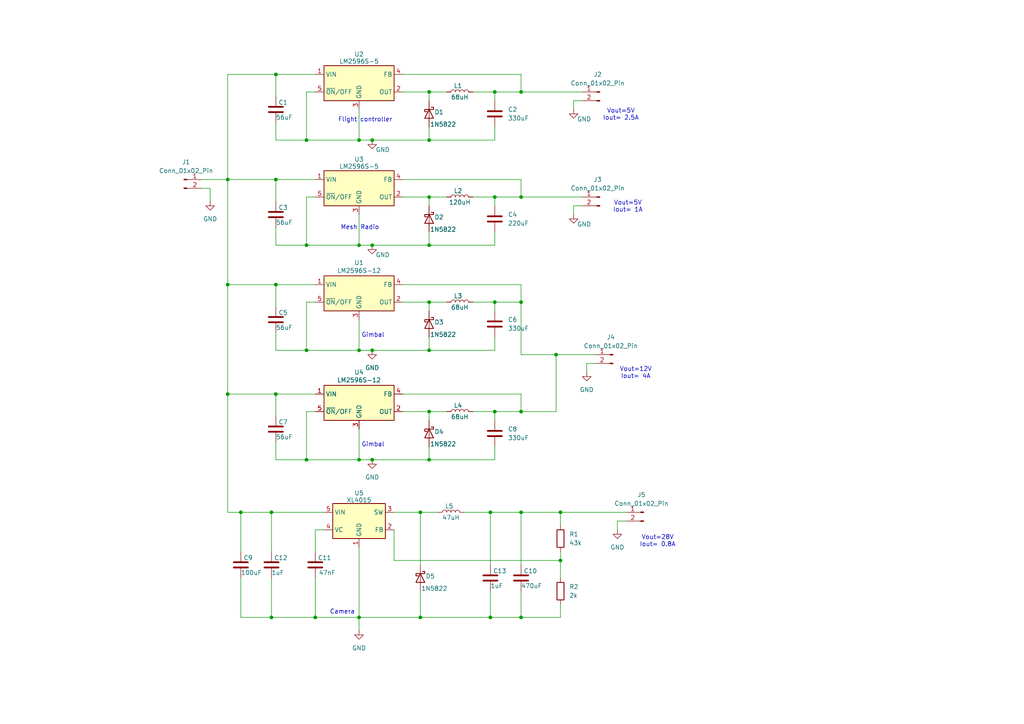
<source format=kicad_sch>
(kicad_sch
	(version 20250114)
	(generator "eeschema")
	(generator_version "9.0")
	(uuid "eee89483-743f-42f7-9fd5-1ec19e8ecf02")
	(paper "A4")
	(lib_symbols
		(symbol "Connector:Conn_01x02_Pin"
			(pin_names
				(offset 1.016)
				(hide yes)
			)
			(exclude_from_sim no)
			(in_bom yes)
			(on_board yes)
			(property "Reference" "J"
				(at 0 2.54 0)
				(effects
					(font
						(size 1.27 1.27)
					)
				)
			)
			(property "Value" "Conn_01x02_Pin"
				(at 0 -5.08 0)
				(effects
					(font
						(size 1.27 1.27)
					)
				)
			)
			(property "Footprint" ""
				(at 0 0 0)
				(effects
					(font
						(size 1.27 1.27)
					)
					(hide yes)
				)
			)
			(property "Datasheet" "~"
				(at 0 0 0)
				(effects
					(font
						(size 1.27 1.27)
					)
					(hide yes)
				)
			)
			(property "Description" "Generic connector, single row, 01x02, script generated"
				(at 0 0 0)
				(effects
					(font
						(size 1.27 1.27)
					)
					(hide yes)
				)
			)
			(property "ki_locked" ""
				(at 0 0 0)
				(effects
					(font
						(size 1.27 1.27)
					)
				)
			)
			(property "ki_keywords" "connector"
				(at 0 0 0)
				(effects
					(font
						(size 1.27 1.27)
					)
					(hide yes)
				)
			)
			(property "ki_fp_filters" "Connector*:*_1x??_*"
				(at 0 0 0)
				(effects
					(font
						(size 1.27 1.27)
					)
					(hide yes)
				)
			)
			(symbol "Conn_01x02_Pin_1_1"
				(rectangle
					(start 0.8636 0.127)
					(end 0 -0.127)
					(stroke
						(width 0.1524)
						(type default)
					)
					(fill
						(type outline)
					)
				)
				(rectangle
					(start 0.8636 -2.413)
					(end 0 -2.667)
					(stroke
						(width 0.1524)
						(type default)
					)
					(fill
						(type outline)
					)
				)
				(polyline
					(pts
						(xy 1.27 0) (xy 0.8636 0)
					)
					(stroke
						(width 0.1524)
						(type default)
					)
					(fill
						(type none)
					)
				)
				(polyline
					(pts
						(xy 1.27 -2.54) (xy 0.8636 -2.54)
					)
					(stroke
						(width 0.1524)
						(type default)
					)
					(fill
						(type none)
					)
				)
				(pin passive line
					(at 5.08 0 180)
					(length 3.81)
					(name "Pin_1"
						(effects
							(font
								(size 1.27 1.27)
							)
						)
					)
					(number "1"
						(effects
							(font
								(size 1.27 1.27)
							)
						)
					)
				)
				(pin passive line
					(at 5.08 -2.54 180)
					(length 3.81)
					(name "Pin_2"
						(effects
							(font
								(size 1.27 1.27)
							)
						)
					)
					(number "2"
						(effects
							(font
								(size 1.27 1.27)
							)
						)
					)
				)
			)
			(embedded_fonts no)
		)
		(symbol "Device:C"
			(pin_numbers
				(hide yes)
			)
			(pin_names
				(offset 0.254)
			)
			(exclude_from_sim no)
			(in_bom yes)
			(on_board yes)
			(property "Reference" "C"
				(at 0.635 2.54 0)
				(effects
					(font
						(size 1.27 1.27)
					)
					(justify left)
				)
			)
			(property "Value" "C"
				(at 0.635 -2.54 0)
				(effects
					(font
						(size 1.27 1.27)
					)
					(justify left)
				)
			)
			(property "Footprint" ""
				(at 0.9652 -3.81 0)
				(effects
					(font
						(size 1.27 1.27)
					)
					(hide yes)
				)
			)
			(property "Datasheet" "~"
				(at 0 0 0)
				(effects
					(font
						(size 1.27 1.27)
					)
					(hide yes)
				)
			)
			(property "Description" "Unpolarized capacitor"
				(at 0 0 0)
				(effects
					(font
						(size 1.27 1.27)
					)
					(hide yes)
				)
			)
			(property "ki_keywords" "cap capacitor"
				(at 0 0 0)
				(effects
					(font
						(size 1.27 1.27)
					)
					(hide yes)
				)
			)
			(property "ki_fp_filters" "C_*"
				(at 0 0 0)
				(effects
					(font
						(size 1.27 1.27)
					)
					(hide yes)
				)
			)
			(symbol "C_0_1"
				(polyline
					(pts
						(xy -2.032 0.762) (xy 2.032 0.762)
					)
					(stroke
						(width 0.508)
						(type default)
					)
					(fill
						(type none)
					)
				)
				(polyline
					(pts
						(xy -2.032 -0.762) (xy 2.032 -0.762)
					)
					(stroke
						(width 0.508)
						(type default)
					)
					(fill
						(type none)
					)
				)
			)
			(symbol "C_1_1"
				(pin passive line
					(at 0 3.81 270)
					(length 2.794)
					(name "~"
						(effects
							(font
								(size 1.27 1.27)
							)
						)
					)
					(number "1"
						(effects
							(font
								(size 1.27 1.27)
							)
						)
					)
				)
				(pin passive line
					(at 0 -3.81 90)
					(length 2.794)
					(name "~"
						(effects
							(font
								(size 1.27 1.27)
							)
						)
					)
					(number "2"
						(effects
							(font
								(size 1.27 1.27)
							)
						)
					)
				)
			)
			(embedded_fonts no)
		)
		(symbol "Device:L"
			(pin_numbers
				(hide yes)
			)
			(pin_names
				(offset 1.016)
				(hide yes)
			)
			(exclude_from_sim no)
			(in_bom yes)
			(on_board yes)
			(property "Reference" "L"
				(at -1.27 0 90)
				(effects
					(font
						(size 1.27 1.27)
					)
				)
			)
			(property "Value" "L"
				(at 1.905 0 90)
				(effects
					(font
						(size 1.27 1.27)
					)
				)
			)
			(property "Footprint" ""
				(at 0 0 0)
				(effects
					(font
						(size 1.27 1.27)
					)
					(hide yes)
				)
			)
			(property "Datasheet" "~"
				(at 0 0 0)
				(effects
					(font
						(size 1.27 1.27)
					)
					(hide yes)
				)
			)
			(property "Description" "Inductor"
				(at 0 0 0)
				(effects
					(font
						(size 1.27 1.27)
					)
					(hide yes)
				)
			)
			(property "ki_keywords" "inductor choke coil reactor magnetic"
				(at 0 0 0)
				(effects
					(font
						(size 1.27 1.27)
					)
					(hide yes)
				)
			)
			(property "ki_fp_filters" "Choke_* *Coil* Inductor_* L_*"
				(at 0 0 0)
				(effects
					(font
						(size 1.27 1.27)
					)
					(hide yes)
				)
			)
			(symbol "L_0_1"
				(arc
					(start 0 2.54)
					(mid 0.6323 1.905)
					(end 0 1.27)
					(stroke
						(width 0)
						(type default)
					)
					(fill
						(type none)
					)
				)
				(arc
					(start 0 1.27)
					(mid 0.6323 0.635)
					(end 0 0)
					(stroke
						(width 0)
						(type default)
					)
					(fill
						(type none)
					)
				)
				(arc
					(start 0 0)
					(mid 0.6323 -0.635)
					(end 0 -1.27)
					(stroke
						(width 0)
						(type default)
					)
					(fill
						(type none)
					)
				)
				(arc
					(start 0 -1.27)
					(mid 0.6323 -1.905)
					(end 0 -2.54)
					(stroke
						(width 0)
						(type default)
					)
					(fill
						(type none)
					)
				)
			)
			(symbol "L_1_1"
				(pin passive line
					(at 0 3.81 270)
					(length 1.27)
					(name "1"
						(effects
							(font
								(size 1.27 1.27)
							)
						)
					)
					(number "1"
						(effects
							(font
								(size 1.27 1.27)
							)
						)
					)
				)
				(pin passive line
					(at 0 -3.81 90)
					(length 1.27)
					(name "2"
						(effects
							(font
								(size 1.27 1.27)
							)
						)
					)
					(number "2"
						(effects
							(font
								(size 1.27 1.27)
							)
						)
					)
				)
			)
			(embedded_fonts no)
		)
		(symbol "Device:R"
			(pin_numbers
				(hide yes)
			)
			(pin_names
				(offset 0)
			)
			(exclude_from_sim no)
			(in_bom yes)
			(on_board yes)
			(property "Reference" "R"
				(at 2.032 0 90)
				(effects
					(font
						(size 1.27 1.27)
					)
				)
			)
			(property "Value" "R"
				(at 0 0 90)
				(effects
					(font
						(size 1.27 1.27)
					)
				)
			)
			(property "Footprint" ""
				(at -1.778 0 90)
				(effects
					(font
						(size 1.27 1.27)
					)
					(hide yes)
				)
			)
			(property "Datasheet" "~"
				(at 0 0 0)
				(effects
					(font
						(size 1.27 1.27)
					)
					(hide yes)
				)
			)
			(property "Description" "Resistor"
				(at 0 0 0)
				(effects
					(font
						(size 1.27 1.27)
					)
					(hide yes)
				)
			)
			(property "ki_keywords" "R res resistor"
				(at 0 0 0)
				(effects
					(font
						(size 1.27 1.27)
					)
					(hide yes)
				)
			)
			(property "ki_fp_filters" "R_*"
				(at 0 0 0)
				(effects
					(font
						(size 1.27 1.27)
					)
					(hide yes)
				)
			)
			(symbol "R_0_1"
				(rectangle
					(start -1.016 -2.54)
					(end 1.016 2.54)
					(stroke
						(width 0.254)
						(type default)
					)
					(fill
						(type none)
					)
				)
			)
			(symbol "R_1_1"
				(pin passive line
					(at 0 3.81 270)
					(length 1.27)
					(name "~"
						(effects
							(font
								(size 1.27 1.27)
							)
						)
					)
					(number "1"
						(effects
							(font
								(size 1.27 1.27)
							)
						)
					)
				)
				(pin passive line
					(at 0 -3.81 90)
					(length 1.27)
					(name "~"
						(effects
							(font
								(size 1.27 1.27)
							)
						)
					)
					(number "2"
						(effects
							(font
								(size 1.27 1.27)
							)
						)
					)
				)
			)
			(embedded_fonts no)
		)
		(symbol "Diode:1N5822"
			(pin_numbers
				(hide yes)
			)
			(pin_names
				(offset 1.016)
				(hide yes)
			)
			(exclude_from_sim no)
			(in_bom yes)
			(on_board yes)
			(property "Reference" "D"
				(at 0 2.54 0)
				(effects
					(font
						(size 1.27 1.27)
					)
				)
			)
			(property "Value" "1N5822"
				(at 0 -2.54 0)
				(effects
					(font
						(size 1.27 1.27)
					)
				)
			)
			(property "Footprint" "Diode_THT:D_DO-201AD_P15.24mm_Horizontal"
				(at 0 -4.445 0)
				(effects
					(font
						(size 1.27 1.27)
					)
					(hide yes)
				)
			)
			(property "Datasheet" "http://www.vishay.com/docs/88526/1n5820.pdf"
				(at 0 0 0)
				(effects
					(font
						(size 1.27 1.27)
					)
					(hide yes)
				)
			)
			(property "Description" "40V 3A Schottky Barrier Rectifier Diode, DO-201AD"
				(at 0 0 0)
				(effects
					(font
						(size 1.27 1.27)
					)
					(hide yes)
				)
			)
			(property "ki_keywords" "diode Schottky"
				(at 0 0 0)
				(effects
					(font
						(size 1.27 1.27)
					)
					(hide yes)
				)
			)
			(property "ki_fp_filters" "D*DO?201AD*"
				(at 0 0 0)
				(effects
					(font
						(size 1.27 1.27)
					)
					(hide yes)
				)
			)
			(symbol "1N5822_0_1"
				(polyline
					(pts
						(xy -1.905 0.635) (xy -1.905 1.27) (xy -1.27 1.27) (xy -1.27 -1.27) (xy -0.635 -1.27) (xy -0.635 -0.635)
					)
					(stroke
						(width 0.254)
						(type default)
					)
					(fill
						(type none)
					)
				)
				(polyline
					(pts
						(xy 1.27 1.27) (xy 1.27 -1.27) (xy -1.27 0) (xy 1.27 1.27)
					)
					(stroke
						(width 0.254)
						(type default)
					)
					(fill
						(type none)
					)
				)
				(polyline
					(pts
						(xy 1.27 0) (xy -1.27 0)
					)
					(stroke
						(width 0)
						(type default)
					)
					(fill
						(type none)
					)
				)
			)
			(symbol "1N5822_1_1"
				(pin passive line
					(at -3.81 0 0)
					(length 2.54)
					(name "K"
						(effects
							(font
								(size 1.27 1.27)
							)
						)
					)
					(number "1"
						(effects
							(font
								(size 1.27 1.27)
							)
						)
					)
				)
				(pin passive line
					(at 3.81 0 180)
					(length 2.54)
					(name "A"
						(effects
							(font
								(size 1.27 1.27)
							)
						)
					)
					(number "2"
						(effects
							(font
								(size 1.27 1.27)
							)
						)
					)
				)
			)
			(embedded_fonts no)
		)
		(symbol "Regulator_Switching:LM2596S-12"
			(exclude_from_sim no)
			(in_bom yes)
			(on_board yes)
			(property "Reference" "U"
				(at -10.16 6.35 0)
				(effects
					(font
						(size 1.27 1.27)
					)
					(justify left)
				)
			)
			(property "Value" "LM2596S-12"
				(at 0 6.35 0)
				(effects
					(font
						(size 1.27 1.27)
					)
					(justify left)
				)
			)
			(property "Footprint" "Package_TO_SOT_SMD:TO-263-5_TabPin3"
				(at 1.27 -6.35 0)
				(effects
					(font
						(size 1.27 1.27)
						(italic yes)
					)
					(justify left)
					(hide yes)
				)
			)
			(property "Datasheet" "http://www.ti.com/lit/ds/symlink/lm2596.pdf"
				(at 0 0 0)
				(effects
					(font
						(size 1.27 1.27)
					)
					(hide yes)
				)
			)
			(property "Description" "12V 3A Step-Down Voltage Regulator, TO-263"
				(at 0 0 0)
				(effects
					(font
						(size 1.27 1.27)
					)
					(hide yes)
				)
			)
			(property "ki_keywords" "Step-Down Voltage Regulator 12V 3A"
				(at 0 0 0)
				(effects
					(font
						(size 1.27 1.27)
					)
					(hide yes)
				)
			)
			(property "ki_fp_filters" "TO?263*"
				(at 0 0 0)
				(effects
					(font
						(size 1.27 1.27)
					)
					(hide yes)
				)
			)
			(symbol "LM2596S-12_0_1"
				(rectangle
					(start -10.16 5.08)
					(end 10.16 -5.08)
					(stroke
						(width 0.254)
						(type default)
					)
					(fill
						(type background)
					)
				)
			)
			(symbol "LM2596S-12_1_1"
				(pin power_in line
					(at -12.7 2.54 0)
					(length 2.54)
					(name "VIN"
						(effects
							(font
								(size 1.27 1.27)
							)
						)
					)
					(number "1"
						(effects
							(font
								(size 1.27 1.27)
							)
						)
					)
				)
				(pin input line
					(at -12.7 -2.54 0)
					(length 2.54)
					(name "~{ON}/OFF"
						(effects
							(font
								(size 1.27 1.27)
							)
						)
					)
					(number "5"
						(effects
							(font
								(size 1.27 1.27)
							)
						)
					)
				)
				(pin power_in line
					(at 0 -7.62 90)
					(length 2.54)
					(name "GND"
						(effects
							(font
								(size 1.27 1.27)
							)
						)
					)
					(number "3"
						(effects
							(font
								(size 1.27 1.27)
							)
						)
					)
				)
				(pin input line
					(at 12.7 2.54 180)
					(length 2.54)
					(name "FB"
						(effects
							(font
								(size 1.27 1.27)
							)
						)
					)
					(number "4"
						(effects
							(font
								(size 1.27 1.27)
							)
						)
					)
				)
				(pin output line
					(at 12.7 -2.54 180)
					(length 2.54)
					(name "OUT"
						(effects
							(font
								(size 1.27 1.27)
							)
						)
					)
					(number "2"
						(effects
							(font
								(size 1.27 1.27)
							)
						)
					)
				)
			)
			(embedded_fonts no)
		)
		(symbol "Regulator_Switching:LM2596S-5"
			(exclude_from_sim no)
			(in_bom yes)
			(on_board yes)
			(property "Reference" "U"
				(at -10.16 6.35 0)
				(effects
					(font
						(size 1.27 1.27)
					)
					(justify left)
				)
			)
			(property "Value" "LM2596S-5"
				(at 0 6.35 0)
				(effects
					(font
						(size 1.27 1.27)
					)
					(justify left)
				)
			)
			(property "Footprint" "Package_TO_SOT_SMD:TO-263-5_TabPin3"
				(at 1.27 -6.35 0)
				(effects
					(font
						(size 1.27 1.27)
						(italic yes)
					)
					(justify left)
					(hide yes)
				)
			)
			(property "Datasheet" "http://www.ti.com/lit/ds/symlink/lm2596.pdf"
				(at 0 0 0)
				(effects
					(font
						(size 1.27 1.27)
					)
					(hide yes)
				)
			)
			(property "Description" "5V 3A Step-Down Voltage Regulator, TO-263"
				(at 0 0 0)
				(effects
					(font
						(size 1.27 1.27)
					)
					(hide yes)
				)
			)
			(property "ki_keywords" "Step-Down Voltage Regulator 5V 3A"
				(at 0 0 0)
				(effects
					(font
						(size 1.27 1.27)
					)
					(hide yes)
				)
			)
			(property "ki_fp_filters" "TO?263*"
				(at 0 0 0)
				(effects
					(font
						(size 1.27 1.27)
					)
					(hide yes)
				)
			)
			(symbol "LM2596S-5_0_1"
				(rectangle
					(start -10.16 5.08)
					(end 10.16 -5.08)
					(stroke
						(width 0.254)
						(type default)
					)
					(fill
						(type background)
					)
				)
			)
			(symbol "LM2596S-5_1_1"
				(pin power_in line
					(at -12.7 2.54 0)
					(length 2.54)
					(name "VIN"
						(effects
							(font
								(size 1.27 1.27)
							)
						)
					)
					(number "1"
						(effects
							(font
								(size 1.27 1.27)
							)
						)
					)
				)
				(pin input line
					(at -12.7 -2.54 0)
					(length 2.54)
					(name "~{ON}/OFF"
						(effects
							(font
								(size 1.27 1.27)
							)
						)
					)
					(number "5"
						(effects
							(font
								(size 1.27 1.27)
							)
						)
					)
				)
				(pin power_in line
					(at 0 -7.62 90)
					(length 2.54)
					(name "GND"
						(effects
							(font
								(size 1.27 1.27)
							)
						)
					)
					(number "3"
						(effects
							(font
								(size 1.27 1.27)
							)
						)
					)
				)
				(pin input line
					(at 12.7 2.54 180)
					(length 2.54)
					(name "FB"
						(effects
							(font
								(size 1.27 1.27)
							)
						)
					)
					(number "4"
						(effects
							(font
								(size 1.27 1.27)
							)
						)
					)
				)
				(pin output line
					(at 12.7 -2.54 180)
					(length 2.54)
					(name "OUT"
						(effects
							(font
								(size 1.27 1.27)
							)
						)
					)
					(number "2"
						(effects
							(font
								(size 1.27 1.27)
							)
						)
					)
				)
			)
			(embedded_fonts no)
		)
		(symbol "Regulator_Switching:XL4015"
			(exclude_from_sim no)
			(in_bom yes)
			(on_board yes)
			(property "Reference" "U?"
				(at -6.35 6.35 0)
				(effects
					(font
						(size 1.27 1.27)
					)
				)
			)
			(property "Value" "XL4015"
				(at 6.35 6.35 0)
				(effects
					(font
						(size 1.27 1.27)
					)
				)
			)
			(property "Footprint" "Package_TO_SOT_SMD:TO-263-5_TabPin3"
				(at 21.59 -7.62 0)
				(effects
					(font
						(size 1.27 1.27)
					)
					(hide yes)
				)
			)
			(property "Datasheet" "http://www.xlsemi.net/datasheet/XL4015%20datasheet-English.pdf"
				(at 0 0 0)
				(effects
					(font
						(size 1.27 1.27)
					)
					(hide yes)
				)
			)
			(property "Description" "5A 180kHz 36V Buck DC to DC Converter"
				(at 0 0 0)
				(effects
					(font
						(size 1.27 1.27)
					)
					(hide yes)
				)
			)
			(property "ki_keywords" "Buck DC-DC"
				(at 0 0 0)
				(effects
					(font
						(size 1.27 1.27)
					)
					(hide yes)
				)
			)
			(property "ki_fp_filters" "TO?263*"
				(at 0 0 0)
				(effects
					(font
						(size 1.27 1.27)
					)
					(hide yes)
				)
			)
			(symbol "XL4015_0_1"
				(rectangle
					(start -7.62 5.08)
					(end 7.62 -5.08)
					(stroke
						(width 0.254)
						(type default)
					)
					(fill
						(type background)
					)
				)
			)
			(symbol "XL4015_1_1"
				(pin power_in line
					(at -10.16 2.54 0)
					(length 2.54)
					(name "VIN"
						(effects
							(font
								(size 1.27 1.27)
							)
						)
					)
					(number "5"
						(effects
							(font
								(size 1.27 1.27)
							)
						)
					)
				)
				(pin input line
					(at -10.16 -2.54 0)
					(length 2.54)
					(name "VC"
						(effects
							(font
								(size 1.27 1.27)
							)
						)
					)
					(number "4"
						(effects
							(font
								(size 1.27 1.27)
							)
						)
					)
				)
				(pin power_in line
					(at 0 -7.62 90)
					(length 2.54)
					(name "GND"
						(effects
							(font
								(size 1.27 1.27)
							)
						)
					)
					(number "1"
						(effects
							(font
								(size 1.27 1.27)
							)
						)
					)
				)
				(pin power_out line
					(at 10.16 2.54 180)
					(length 2.54)
					(name "SW"
						(effects
							(font
								(size 1.27 1.27)
							)
						)
					)
					(number "3"
						(effects
							(font
								(size 1.27 1.27)
							)
						)
					)
				)
				(pin input line
					(at 10.16 -2.54 180)
					(length 2.54)
					(name "FB"
						(effects
							(font
								(size 1.27 1.27)
							)
						)
					)
					(number "2"
						(effects
							(font
								(size 1.27 1.27)
							)
						)
					)
				)
			)
			(embedded_fonts no)
		)
		(symbol "power:GND"
			(power)
			(pin_numbers
				(hide yes)
			)
			(pin_names
				(offset 0)
				(hide yes)
			)
			(exclude_from_sim no)
			(in_bom yes)
			(on_board yes)
			(property "Reference" "#PWR"
				(at 0 -6.35 0)
				(effects
					(font
						(size 1.27 1.27)
					)
					(hide yes)
				)
			)
			(property "Value" "GND"
				(at 0 -3.81 0)
				(effects
					(font
						(size 1.27 1.27)
					)
				)
			)
			(property "Footprint" ""
				(at 0 0 0)
				(effects
					(font
						(size 1.27 1.27)
					)
					(hide yes)
				)
			)
			(property "Datasheet" ""
				(at 0 0 0)
				(effects
					(font
						(size 1.27 1.27)
					)
					(hide yes)
				)
			)
			(property "Description" "Power symbol creates a global label with name \"GND\" , ground"
				(at 0 0 0)
				(effects
					(font
						(size 1.27 1.27)
					)
					(hide yes)
				)
			)
			(property "ki_keywords" "global power"
				(at 0 0 0)
				(effects
					(font
						(size 1.27 1.27)
					)
					(hide yes)
				)
			)
			(symbol "GND_0_1"
				(polyline
					(pts
						(xy 0 0) (xy 0 -1.27) (xy 1.27 -1.27) (xy 0 -2.54) (xy -1.27 -1.27) (xy 0 -1.27)
					)
					(stroke
						(width 0)
						(type default)
					)
					(fill
						(type none)
					)
				)
			)
			(symbol "GND_1_1"
				(pin power_in line
					(at 0 0 270)
					(length 0)
					(name "~"
						(effects
							(font
								(size 1.27 1.27)
							)
						)
					)
					(number "1"
						(effects
							(font
								(size 1.27 1.27)
							)
						)
					)
				)
			)
			(embedded_fonts no)
		)
	)
	(text "Gimbal\n"
		(exclude_from_sim no)
		(at 108.204 97.282 0)
		(effects
			(font
				(size 1.27 1.27)
			)
		)
		(uuid "168fff87-a0bf-49cd-8309-8b2ee506d499")
	)
	(text "Camera"
		(exclude_from_sim no)
		(at 99.314 177.546 0)
		(effects
			(font
				(size 1.27 1.27)
			)
		)
		(uuid "3739b8e7-69bf-482d-961a-81cc6b4e9e50")
	)
	(text "Vout=5V\nIout= 2.5A"
		(exclude_from_sim no)
		(at 180.086 33.274 0)
		(effects
			(font
				(size 1.27 1.27)
			)
		)
		(uuid "4b3c47f8-9f88-4452-942e-48caf9da1a6e")
	)
	(text "Mesh Radio\n"
		(exclude_from_sim no)
		(at 104.394 66.04 0)
		(effects
			(font
				(size 1.27 1.27)
			)
		)
		(uuid "5347c831-85e5-4106-824b-ce77bde8d9a4")
	)
	(text "Flight controller \n"
		(exclude_from_sim no)
		(at 106.426 34.798 0)
		(effects
			(font
				(size 1.27 1.27)
			)
		)
		(uuid "7e34dd67-dbf4-4360-821f-39cc25d9dbea")
	)
	(text "Vout=5V\nIout= 1A"
		(exclude_from_sim no)
		(at 182.118 59.944 0)
		(effects
			(font
				(size 1.27 1.27)
			)
		)
		(uuid "baeafda8-ef6a-4516-b194-fea3324f8f38")
	)
	(text "Vout=28V\nIout= 0.8A"
		(exclude_from_sim no)
		(at 190.754 156.972 0)
		(effects
			(font
				(size 1.27 1.27)
			)
		)
		(uuid "e0a4ad79-3fc0-4327-9f47-ebe80878a262")
	)
	(text "Gimbal\n"
		(exclude_from_sim no)
		(at 108.204 129.032 0)
		(effects
			(font
				(size 1.27 1.27)
			)
		)
		(uuid "e287e642-8963-4ec1-b364-5f60aee3e416")
	)
	(text "Vout=12V\nIout= 4A"
		(exclude_from_sim no)
		(at 184.404 108.204 0)
		(effects
			(font
				(size 1.27 1.27)
			)
		)
		(uuid "e42c17a6-42b3-4e71-b55f-44eb4eb52759")
	)
	(junction
		(at 151.13 57.15)
		(diameter 0)
		(color 0 0 0 0)
		(uuid "0211a5a6-4aec-4d93-8682-54305f5772cd")
	)
	(junction
		(at 66.04 82.55)
		(diameter 0)
		(color 0 0 0 0)
		(uuid "049b3b85-9556-4d77-9baf-9e525d36d8fc")
	)
	(junction
		(at 66.04 114.3)
		(diameter 0)
		(color 0 0 0 0)
		(uuid "04a29929-0a6d-4a99-ae42-07a5edb3778e")
	)
	(junction
		(at 124.46 40.64)
		(diameter 0)
		(color 0 0 0 0)
		(uuid "0b559688-1d1d-40d7-9758-e1d6e507c5b8")
	)
	(junction
		(at 78.74 179.07)
		(diameter 0)
		(color 0 0 0 0)
		(uuid "0b6667fc-fc6f-44ae-8853-61e38873750b")
	)
	(junction
		(at 104.14 133.35)
		(diameter 0)
		(color 0 0 0 0)
		(uuid "0beffa54-72ff-4f91-843c-10e9c9bedc09")
	)
	(junction
		(at 151.13 87.63)
		(diameter 0)
		(color 0 0 0 0)
		(uuid "1565513c-3e5d-4366-ad5f-414a8b8cbcd6")
	)
	(junction
		(at 107.95 40.64)
		(diameter 0)
		(color 0 0 0 0)
		(uuid "16c852c9-2f6c-4023-92aa-b7aceb02d134")
	)
	(junction
		(at 121.92 179.07)
		(diameter 0)
		(color 0 0 0 0)
		(uuid "1b29ded8-61dc-48cf-88f1-b7ca105c00dc")
	)
	(junction
		(at 91.44 179.07)
		(diameter 0)
		(color 0 0 0 0)
		(uuid "1f01d8cf-5d70-4550-a5a9-fab822e2d783")
	)
	(junction
		(at 124.46 71.12)
		(diameter 0)
		(color 0 0 0 0)
		(uuid "294a01eb-6173-4170-9a27-473405d8a5da")
	)
	(junction
		(at 104.14 179.07)
		(diameter 0)
		(color 0 0 0 0)
		(uuid "2a10178f-4720-4058-b61e-88edaa94a608")
	)
	(junction
		(at 151.13 26.67)
		(diameter 0)
		(color 0 0 0 0)
		(uuid "2b22a137-ba88-4138-9b7a-8c29fa38e32c")
	)
	(junction
		(at 151.13 119.38)
		(diameter 0)
		(color 0 0 0 0)
		(uuid "2e42fc5c-b232-4b68-92b4-7b9ba7276db8")
	)
	(junction
		(at 124.46 57.15)
		(diameter 0)
		(color 0 0 0 0)
		(uuid "347e7c1c-dacc-48cb-8316-884c1c8990da")
	)
	(junction
		(at 151.13 148.59)
		(diameter 0)
		(color 0 0 0 0)
		(uuid "42f79ee1-b459-453a-ab2c-f830e9826dba")
	)
	(junction
		(at 69.85 148.59)
		(diameter 0)
		(color 0 0 0 0)
		(uuid "4a773d17-e574-4263-a266-86903934e6b3")
	)
	(junction
		(at 142.24 179.07)
		(diameter 0)
		(color 0 0 0 0)
		(uuid "56565a42-39c5-4349-918f-5ff26f5080d9")
	)
	(junction
		(at 162.56 148.59)
		(diameter 0)
		(color 0 0 0 0)
		(uuid "5a62bb92-96b4-4c86-966b-09a78c898f14")
	)
	(junction
		(at 124.46 87.63)
		(diameter 0)
		(color 0 0 0 0)
		(uuid "5f126238-7b5a-460e-bc10-4d976c5fa50d")
	)
	(junction
		(at 162.56 162.56)
		(diameter 0)
		(color 0 0 0 0)
		(uuid "66561536-3479-4b2b-b055-8237e96c3df1")
	)
	(junction
		(at 143.51 87.63)
		(diameter 0)
		(color 0 0 0 0)
		(uuid "68730433-0236-42ce-8fe0-a8909883d011")
	)
	(junction
		(at 104.14 71.12)
		(diameter 0)
		(color 0 0 0 0)
		(uuid "714c0b10-7fa3-4299-a1ac-57260737413d")
	)
	(junction
		(at 104.14 40.64)
		(diameter 0)
		(color 0 0 0 0)
		(uuid "75568b4a-b358-4137-9318-7e8f75865459")
	)
	(junction
		(at 107.95 133.35)
		(diameter 0)
		(color 0 0 0 0)
		(uuid "77665645-09c8-4f9a-acb8-c49952935d27")
	)
	(junction
		(at 80.01 21.59)
		(diameter 0)
		(color 0 0 0 0)
		(uuid "7d6500f5-1525-4933-86aa-71fdffddf019")
	)
	(junction
		(at 104.14 101.6)
		(diameter 0)
		(color 0 0 0 0)
		(uuid "81dafb56-a529-4cef-88fc-fc61c3a9fc2b")
	)
	(junction
		(at 107.95 71.12)
		(diameter 0)
		(color 0 0 0 0)
		(uuid "863884ea-c858-4382-9139-03717bfa6291")
	)
	(junction
		(at 124.46 101.6)
		(diameter 0)
		(color 0 0 0 0)
		(uuid "86eb714a-2899-4443-88ca-ea8a3a09e3a4")
	)
	(junction
		(at 80.01 82.55)
		(diameter 0)
		(color 0 0 0 0)
		(uuid "8defc8d5-a0dd-4621-9b6d-eb4e671951ad")
	)
	(junction
		(at 124.46 26.67)
		(diameter 0)
		(color 0 0 0 0)
		(uuid "9a32312e-0603-45b4-b1d8-dbe0d10c00ce")
	)
	(junction
		(at 88.9 40.64)
		(diameter 0)
		(color 0 0 0 0)
		(uuid "a017ced6-4746-4d47-9b64-2181e9146e9d")
	)
	(junction
		(at 80.01 114.3)
		(diameter 0)
		(color 0 0 0 0)
		(uuid "a2895589-f9c1-4e93-87d4-a1e320387c11")
	)
	(junction
		(at 78.74 148.59)
		(diameter 0)
		(color 0 0 0 0)
		(uuid "abecca54-6fea-4d59-bdb1-5f3000b9a518")
	)
	(junction
		(at 88.9 71.12)
		(diameter 0)
		(color 0 0 0 0)
		(uuid "af60be48-732f-4b9a-91e2-239b22004af5")
	)
	(junction
		(at 121.92 148.59)
		(diameter 0)
		(color 0 0 0 0)
		(uuid "b3cdbfcd-632e-40dd-b845-b1cbebd96b56")
	)
	(junction
		(at 124.46 133.35)
		(diameter 0)
		(color 0 0 0 0)
		(uuid "b65f6947-798c-4866-975c-70ba122d4397")
	)
	(junction
		(at 107.95 101.6)
		(diameter 0)
		(color 0 0 0 0)
		(uuid "bca019cb-37a6-484e-b843-768627dcf9b2")
	)
	(junction
		(at 143.51 26.67)
		(diameter 0)
		(color 0 0 0 0)
		(uuid "cc13cf80-ccf3-40ca-926b-a3748525c008")
	)
	(junction
		(at 80.01 52.07)
		(diameter 0)
		(color 0 0 0 0)
		(uuid "d51aa2d9-fd03-4206-9a09-cf62782685f7")
	)
	(junction
		(at 88.9 133.35)
		(diameter 0)
		(color 0 0 0 0)
		(uuid "de8b0982-fd92-4b78-a274-5e5d00fe2026")
	)
	(junction
		(at 143.51 57.15)
		(diameter 0)
		(color 0 0 0 0)
		(uuid "df6e6d4e-62dd-431f-88e3-a0985809f413")
	)
	(junction
		(at 161.29 102.87)
		(diameter 0)
		(color 0 0 0 0)
		(uuid "e3de67bb-bf0a-4609-b22a-c8e8244aa9a6")
	)
	(junction
		(at 66.04 52.07)
		(diameter 0)
		(color 0 0 0 0)
		(uuid "e6244479-d628-419f-8205-81a8a4950a48")
	)
	(junction
		(at 151.13 179.07)
		(diameter 0)
		(color 0 0 0 0)
		(uuid "e96cede7-2495-4873-bc3e-d4edc406af2d")
	)
	(junction
		(at 124.46 119.38)
		(diameter 0)
		(color 0 0 0 0)
		(uuid "eb31ede5-f4a1-40e4-9f8a-d60fc43f666f")
	)
	(junction
		(at 143.51 119.38)
		(diameter 0)
		(color 0 0 0 0)
		(uuid "ecbf5bf5-9bea-4556-b6f0-f22056204ac6")
	)
	(junction
		(at 142.24 148.59)
		(diameter 0)
		(color 0 0 0 0)
		(uuid "ecc0350c-622f-4e4d-b47e-2fdb5157dcf1")
	)
	(junction
		(at 88.9 101.6)
		(diameter 0)
		(color 0 0 0 0)
		(uuid "f4c034aa-974e-4602-931c-a99ceeea19aa")
	)
	(wire
		(pts
			(xy 143.51 97.79) (xy 143.51 101.6)
		)
		(stroke
			(width 0)
			(type default)
		)
		(uuid "007f95c1-a423-4e2c-a77c-9f51e39e1ca7")
	)
	(wire
		(pts
			(xy 69.85 167.64) (xy 69.85 179.07)
		)
		(stroke
			(width 0)
			(type default)
		)
		(uuid "0465216d-4b72-46f0-b665-e62fdb3c7b4e")
	)
	(wire
		(pts
			(xy 69.85 179.07) (xy 78.74 179.07)
		)
		(stroke
			(width 0)
			(type default)
		)
		(uuid "04a25de3-bdca-47bd-8109-369eb91b8f95")
	)
	(wire
		(pts
			(xy 142.24 179.07) (xy 151.13 179.07)
		)
		(stroke
			(width 0)
			(type default)
		)
		(uuid "05d0cefd-0e93-498e-bda2-be6b64d85f3d")
	)
	(wire
		(pts
			(xy 179.07 151.13) (xy 179.07 153.67)
		)
		(stroke
			(width 0)
			(type default)
		)
		(uuid "06840953-af1b-474d-b621-1819d4b97b8c")
	)
	(wire
		(pts
			(xy 116.84 52.07) (xy 151.13 52.07)
		)
		(stroke
			(width 0)
			(type default)
		)
		(uuid "07201973-7f99-4af0-be28-0a181e7644c0")
	)
	(wire
		(pts
			(xy 162.56 175.26) (xy 162.56 179.07)
		)
		(stroke
			(width 0)
			(type default)
		)
		(uuid "0e0d69fc-8c64-439f-8bd8-aa0de86eacd1")
	)
	(wire
		(pts
			(xy 60.96 54.61) (xy 60.96 58.42)
		)
		(stroke
			(width 0)
			(type default)
		)
		(uuid "0fb2c71d-f4f3-46ea-8614-a0eb943d99ad")
	)
	(wire
		(pts
			(xy 91.44 179.07) (xy 104.14 179.07)
		)
		(stroke
			(width 0)
			(type default)
		)
		(uuid "0fcbffb1-40f9-452e-9823-2d4ab68008fe")
	)
	(wire
		(pts
			(xy 88.9 26.67) (xy 88.9 40.64)
		)
		(stroke
			(width 0)
			(type default)
		)
		(uuid "10a27182-ef9d-4dd6-bb46-4d30efb5106c")
	)
	(wire
		(pts
			(xy 116.84 21.59) (xy 151.13 21.59)
		)
		(stroke
			(width 0)
			(type default)
		)
		(uuid "118a70ac-61bd-4603-a5fa-a4316f0dd332")
	)
	(wire
		(pts
			(xy 91.44 26.67) (xy 88.9 26.67)
		)
		(stroke
			(width 0)
			(type default)
		)
		(uuid "13192473-8231-487b-8231-7325e7eb5694")
	)
	(wire
		(pts
			(xy 80.01 114.3) (xy 66.04 114.3)
		)
		(stroke
			(width 0)
			(type default)
		)
		(uuid "13490e94-3a4d-478c-9e5e-d110939e9090")
	)
	(wire
		(pts
			(xy 121.92 179.07) (xy 142.24 179.07)
		)
		(stroke
			(width 0)
			(type default)
		)
		(uuid "144ff30e-0289-484f-a311-12da43121a0b")
	)
	(wire
		(pts
			(xy 80.01 133.35) (xy 88.9 133.35)
		)
		(stroke
			(width 0)
			(type default)
		)
		(uuid "147749a5-93b6-423c-be60-c8797ff63633")
	)
	(wire
		(pts
			(xy 143.51 36.83) (xy 143.51 40.64)
		)
		(stroke
			(width 0)
			(type default)
		)
		(uuid "17000d26-9496-4133-969f-884b589a4a17")
	)
	(wire
		(pts
			(xy 116.84 26.67) (xy 124.46 26.67)
		)
		(stroke
			(width 0)
			(type default)
		)
		(uuid "179c540d-05e6-450a-9754-5655022e57ff")
	)
	(wire
		(pts
			(xy 142.24 148.59) (xy 151.13 148.59)
		)
		(stroke
			(width 0)
			(type default)
		)
		(uuid "186af170-c846-4de8-bad8-4799d8accb7f")
	)
	(wire
		(pts
			(xy 78.74 167.64) (xy 78.74 179.07)
		)
		(stroke
			(width 0)
			(type default)
		)
		(uuid "19085cac-57b8-4337-8702-e5f50a8af950")
	)
	(wire
		(pts
			(xy 80.01 82.55) (xy 66.04 82.55)
		)
		(stroke
			(width 0)
			(type default)
		)
		(uuid "1a23cf5f-b0e5-4f12-a27a-8af55fa1a5ee")
	)
	(wire
		(pts
			(xy 107.95 133.35) (xy 124.46 133.35)
		)
		(stroke
			(width 0)
			(type default)
		)
		(uuid "1b29f417-5537-4746-99cc-33206b1d4263")
	)
	(wire
		(pts
			(xy 91.44 57.15) (xy 88.9 57.15)
		)
		(stroke
			(width 0)
			(type default)
		)
		(uuid "1b364c12-00ee-4d68-8c22-da3902e5f946")
	)
	(wire
		(pts
			(xy 80.01 27.94) (xy 80.01 21.59)
		)
		(stroke
			(width 0)
			(type default)
		)
		(uuid "1df16352-1574-4182-8465-8944f4ad79ac")
	)
	(wire
		(pts
			(xy 151.13 171.45) (xy 151.13 179.07)
		)
		(stroke
			(width 0)
			(type default)
		)
		(uuid "216a7b9a-e67a-4255-b3ba-1dc4f5d64a80")
	)
	(wire
		(pts
			(xy 88.9 119.38) (xy 88.9 133.35)
		)
		(stroke
			(width 0)
			(type default)
		)
		(uuid "21875f4d-e334-4fc9-921e-7c6603b1a735")
	)
	(wire
		(pts
			(xy 151.13 87.63) (xy 143.51 87.63)
		)
		(stroke
			(width 0)
			(type default)
		)
		(uuid "219f5b7c-ebab-4880-b5be-09ec93df9600")
	)
	(wire
		(pts
			(xy 124.46 71.12) (xy 124.46 67.31)
		)
		(stroke
			(width 0)
			(type default)
		)
		(uuid "22cee55e-d63d-44ba-b09d-767d0fc069cf")
	)
	(wire
		(pts
			(xy 161.29 102.87) (xy 172.72 102.87)
		)
		(stroke
			(width 0)
			(type default)
		)
		(uuid "24eb4270-3678-4aff-93e3-374b352454c2")
	)
	(wire
		(pts
			(xy 143.51 87.63) (xy 143.51 90.17)
		)
		(stroke
			(width 0)
			(type default)
		)
		(uuid "26bef4b3-5fcc-43e2-9d1e-a421ed792d25")
	)
	(wire
		(pts
			(xy 88.9 57.15) (xy 88.9 71.12)
		)
		(stroke
			(width 0)
			(type default)
		)
		(uuid "292127bb-1a4a-4a1a-81b2-4374d5effbe5")
	)
	(wire
		(pts
			(xy 66.04 114.3) (xy 66.04 148.59)
		)
		(stroke
			(width 0)
			(type default)
		)
		(uuid "2b8d5f2f-33fd-424d-b73a-9639a585124a")
	)
	(wire
		(pts
			(xy 107.95 101.6) (xy 124.46 101.6)
		)
		(stroke
			(width 0)
			(type default)
		)
		(uuid "2ec45fbe-b9d4-451f-a0b8-5756210f11ef")
	)
	(wire
		(pts
			(xy 143.51 101.6) (xy 124.46 101.6)
		)
		(stroke
			(width 0)
			(type default)
		)
		(uuid "2f41e768-34a5-4d38-a88e-3e643d0d844a")
	)
	(wire
		(pts
			(xy 80.01 96.52) (xy 80.01 101.6)
		)
		(stroke
			(width 0)
			(type default)
		)
		(uuid "33f22d98-863d-4041-ac16-62736431fded")
	)
	(wire
		(pts
			(xy 104.14 71.12) (xy 107.95 71.12)
		)
		(stroke
			(width 0)
			(type default)
		)
		(uuid "3461380c-cdb7-4e9b-a87b-80e05aaf9814")
	)
	(wire
		(pts
			(xy 104.14 62.23) (xy 104.14 71.12)
		)
		(stroke
			(width 0)
			(type default)
		)
		(uuid "3572f72c-a11b-47f3-b2a9-85411a143174")
	)
	(wire
		(pts
			(xy 104.14 158.75) (xy 104.14 179.07)
		)
		(stroke
			(width 0)
			(type default)
		)
		(uuid "388a904a-b2b0-4a84-b628-196bc45ae853")
	)
	(wire
		(pts
			(xy 88.9 133.35) (xy 104.14 133.35)
		)
		(stroke
			(width 0)
			(type default)
		)
		(uuid "38ddac26-08ee-4869-ba42-3900b0d552c8")
	)
	(wire
		(pts
			(xy 124.46 57.15) (xy 129.54 57.15)
		)
		(stroke
			(width 0)
			(type default)
		)
		(uuid "39db5977-6e18-4788-a5ff-bc10a092fb0b")
	)
	(wire
		(pts
			(xy 168.91 29.21) (xy 166.37 29.21)
		)
		(stroke
			(width 0)
			(type default)
		)
		(uuid "3a3111a3-1e86-4e79-ba74-66474ff920a4")
	)
	(wire
		(pts
			(xy 116.84 114.3) (xy 151.13 114.3)
		)
		(stroke
			(width 0)
			(type default)
		)
		(uuid "3a8deb58-f0c4-4310-93fb-1036d4b48a5b")
	)
	(wire
		(pts
			(xy 104.14 133.35) (xy 107.95 133.35)
		)
		(stroke
			(width 0)
			(type default)
		)
		(uuid "3be421da-60d6-47fb-b102-bc35cbddd786")
	)
	(wire
		(pts
			(xy 104.14 124.46) (xy 104.14 133.35)
		)
		(stroke
			(width 0)
			(type default)
		)
		(uuid "3e7c2ef1-976b-4560-91e7-3b1600401502")
	)
	(wire
		(pts
			(xy 162.56 152.4) (xy 162.56 148.59)
		)
		(stroke
			(width 0)
			(type default)
		)
		(uuid "3edb6cba-a05c-43a8-a502-a5680148f351")
	)
	(wire
		(pts
			(xy 151.13 82.55) (xy 151.13 87.63)
		)
		(stroke
			(width 0)
			(type default)
		)
		(uuid "3ef27f39-7695-450c-98e9-63c78ff5250d")
	)
	(wire
		(pts
			(xy 151.13 179.07) (xy 162.56 179.07)
		)
		(stroke
			(width 0)
			(type default)
		)
		(uuid "3f133567-2e87-4113-8006-5fdc7f828c95")
	)
	(wire
		(pts
			(xy 66.04 82.55) (xy 66.04 52.07)
		)
		(stroke
			(width 0)
			(type default)
		)
		(uuid "3f35f2a5-f1e9-489f-9951-a5ff217506a8")
	)
	(wire
		(pts
			(xy 104.14 31.75) (xy 104.14 40.64)
		)
		(stroke
			(width 0)
			(type default)
		)
		(uuid "4051c218-971c-487f-b2b9-330686644f84")
	)
	(wire
		(pts
			(xy 170.18 105.41) (xy 170.18 107.95)
		)
		(stroke
			(width 0)
			(type default)
		)
		(uuid "42131ec0-1dfc-481d-908f-9710368219f0")
	)
	(wire
		(pts
			(xy 93.98 153.67) (xy 91.44 153.67)
		)
		(stroke
			(width 0)
			(type default)
		)
		(uuid "42b5e5bc-eeeb-4ba4-87a6-c76ce3795d9d")
	)
	(wire
		(pts
			(xy 116.84 57.15) (xy 124.46 57.15)
		)
		(stroke
			(width 0)
			(type default)
		)
		(uuid "43906347-783b-489f-8076-e3cb987aa6cb")
	)
	(wire
		(pts
			(xy 114.3 148.59) (xy 121.92 148.59)
		)
		(stroke
			(width 0)
			(type default)
		)
		(uuid "4654b09a-1c27-4b79-9d11-82dcd6181f9d")
	)
	(wire
		(pts
			(xy 80.01 128.27) (xy 80.01 133.35)
		)
		(stroke
			(width 0)
			(type default)
		)
		(uuid "47c6c86d-71b5-472a-8153-bbc9b09e7d1c")
	)
	(wire
		(pts
			(xy 143.51 26.67) (xy 143.51 29.21)
		)
		(stroke
			(width 0)
			(type default)
		)
		(uuid "47d11509-81a9-47d4-a67e-31341ff94c0a")
	)
	(wire
		(pts
			(xy 151.13 52.07) (xy 151.13 57.15)
		)
		(stroke
			(width 0)
			(type default)
		)
		(uuid "492a0368-7c91-40bd-9c90-d57f32e5e9f9")
	)
	(wire
		(pts
			(xy 151.13 119.38) (xy 161.29 119.38)
		)
		(stroke
			(width 0)
			(type default)
		)
		(uuid "4c8661d4-642a-4ea6-b00b-32a9cd7bfa34")
	)
	(wire
		(pts
			(xy 143.51 40.64) (xy 124.46 40.64)
		)
		(stroke
			(width 0)
			(type default)
		)
		(uuid "4d1d7178-9923-404e-b865-6a45ebfd38a7")
	)
	(wire
		(pts
			(xy 58.42 52.07) (xy 66.04 52.07)
		)
		(stroke
			(width 0)
			(type default)
		)
		(uuid "4daa9fa8-4b46-4989-9abe-4f15d700cfba")
	)
	(wire
		(pts
			(xy 137.16 57.15) (xy 143.51 57.15)
		)
		(stroke
			(width 0)
			(type default)
		)
		(uuid "4f418e75-3718-4aa8-ab45-0bcc4fb0cdb3")
	)
	(wire
		(pts
			(xy 124.46 133.35) (xy 124.46 129.54)
		)
		(stroke
			(width 0)
			(type default)
		)
		(uuid "50a1e370-f10b-4a9c-98ec-dfbf19ef334e")
	)
	(wire
		(pts
			(xy 137.16 26.67) (xy 143.51 26.67)
		)
		(stroke
			(width 0)
			(type default)
		)
		(uuid "5311311f-2062-4f5c-b5d0-0c97c5de17da")
	)
	(wire
		(pts
			(xy 124.46 87.63) (xy 129.54 87.63)
		)
		(stroke
			(width 0)
			(type default)
		)
		(uuid "5555c09a-2c7c-432f-9ae0-6eabb535e740")
	)
	(wire
		(pts
			(xy 124.46 87.63) (xy 124.46 90.17)
		)
		(stroke
			(width 0)
			(type default)
		)
		(uuid "5825c3ac-78aa-49c4-ac86-cd3f5d76aaf7")
	)
	(wire
		(pts
			(xy 80.01 88.9) (xy 80.01 82.55)
		)
		(stroke
			(width 0)
			(type default)
		)
		(uuid "58aad48a-b7d4-4de0-9544-67153ad247b6")
	)
	(wire
		(pts
			(xy 124.46 26.67) (xy 124.46 29.21)
		)
		(stroke
			(width 0)
			(type default)
		)
		(uuid "5d7734e3-324c-4a74-90ae-c2424a7c8a28")
	)
	(wire
		(pts
			(xy 80.01 52.07) (xy 91.44 52.07)
		)
		(stroke
			(width 0)
			(type default)
		)
		(uuid "64d6df57-4105-4a9c-ae09-968c5648dcc1")
	)
	(wire
		(pts
			(xy 124.46 40.64) (xy 124.46 36.83)
		)
		(stroke
			(width 0)
			(type default)
		)
		(uuid "666d8dae-194a-4214-9f24-9fc1cba2705e")
	)
	(wire
		(pts
			(xy 114.3 162.56) (xy 162.56 162.56)
		)
		(stroke
			(width 0)
			(type default)
		)
		(uuid "66a010e5-f4fd-4734-b020-41ef38c2c0b2")
	)
	(wire
		(pts
			(xy 91.44 119.38) (xy 88.9 119.38)
		)
		(stroke
			(width 0)
			(type default)
		)
		(uuid "6fdca9ef-e361-4d64-b7ae-fa7ead8a69ad")
	)
	(wire
		(pts
			(xy 151.13 148.59) (xy 151.13 163.83)
		)
		(stroke
			(width 0)
			(type default)
		)
		(uuid "7117d027-80f9-442b-84a0-317a4a9958a4")
	)
	(wire
		(pts
			(xy 121.92 171.45) (xy 121.92 179.07)
		)
		(stroke
			(width 0)
			(type default)
		)
		(uuid "71dc5c4e-c074-431f-a1e3-b3914c4fb606")
	)
	(wire
		(pts
			(xy 91.44 87.63) (xy 88.9 87.63)
		)
		(stroke
			(width 0)
			(type default)
		)
		(uuid "725b284a-b4c2-419e-a63e-b295e393074a")
	)
	(wire
		(pts
			(xy 88.9 40.64) (xy 104.14 40.64)
		)
		(stroke
			(width 0)
			(type default)
		)
		(uuid "76257c38-f985-4207-b90c-19790f762551")
	)
	(wire
		(pts
			(xy 151.13 114.3) (xy 151.13 119.38)
		)
		(stroke
			(width 0)
			(type default)
		)
		(uuid "7674f64b-44f1-4d3c-b639-a6b1758408c3")
	)
	(wire
		(pts
			(xy 107.95 71.12) (xy 124.46 71.12)
		)
		(stroke
			(width 0)
			(type default)
		)
		(uuid "79b9d39d-4aef-4c33-b90e-4a706809c8b9")
	)
	(wire
		(pts
			(xy 151.13 57.15) (xy 143.51 57.15)
		)
		(stroke
			(width 0)
			(type default)
		)
		(uuid "7a6359df-fe2d-4cb8-a52e-c4c47d5249fa")
	)
	(wire
		(pts
			(xy 114.3 153.67) (xy 114.3 162.56)
		)
		(stroke
			(width 0)
			(type default)
		)
		(uuid "7bf078da-28f0-4ecc-96aa-ab122edb113b")
	)
	(wire
		(pts
			(xy 104.14 92.71) (xy 104.14 101.6)
		)
		(stroke
			(width 0)
			(type default)
		)
		(uuid "7ee03446-04e4-400a-a925-4bc5ad6d5243")
	)
	(wire
		(pts
			(xy 143.51 71.12) (xy 124.46 71.12)
		)
		(stroke
			(width 0)
			(type default)
		)
		(uuid "7f9a3109-f23e-489b-8e31-5a0fa0b07c9a")
	)
	(wire
		(pts
			(xy 66.04 114.3) (xy 66.04 82.55)
		)
		(stroke
			(width 0)
			(type default)
		)
		(uuid "7fdf2800-a913-476c-920d-38b466552757")
	)
	(wire
		(pts
			(xy 151.13 102.87) (xy 161.29 102.87)
		)
		(stroke
			(width 0)
			(type default)
		)
		(uuid "814a3e27-91bd-4bc2-8f13-03a714bc7425")
	)
	(wire
		(pts
			(xy 142.24 148.59) (xy 142.24 163.83)
		)
		(stroke
			(width 0)
			(type default)
		)
		(uuid "8546c235-2053-4da9-b100-61e46f7b5043")
	)
	(wire
		(pts
			(xy 124.46 119.38) (xy 124.46 121.92)
		)
		(stroke
			(width 0)
			(type default)
		)
		(uuid "856a6de1-717e-4bc6-a0aa-b60ad9007ca8")
	)
	(wire
		(pts
			(xy 80.01 114.3) (xy 91.44 114.3)
		)
		(stroke
			(width 0)
			(type default)
		)
		(uuid "859dcdbd-c544-4e11-8de4-4cd4823ddc0b")
	)
	(wire
		(pts
			(xy 80.01 40.64) (xy 88.9 40.64)
		)
		(stroke
			(width 0)
			(type default)
		)
		(uuid "85d07b5b-42e3-4102-8d4b-249050757e2f")
	)
	(wire
		(pts
			(xy 80.01 21.59) (xy 91.44 21.59)
		)
		(stroke
			(width 0)
			(type default)
		)
		(uuid "871314a4-d1a1-4ab1-8856-32db0feef90c")
	)
	(wire
		(pts
			(xy 116.84 82.55) (xy 151.13 82.55)
		)
		(stroke
			(width 0)
			(type default)
		)
		(uuid "88791ba3-a448-4301-9d4d-d0aecf77c1ff")
	)
	(wire
		(pts
			(xy 80.01 82.55) (xy 91.44 82.55)
		)
		(stroke
			(width 0)
			(type default)
		)
		(uuid "8b9469ed-c70a-4a9c-b6dc-8a7ab1384028")
	)
	(wire
		(pts
			(xy 172.72 105.41) (xy 170.18 105.41)
		)
		(stroke
			(width 0)
			(type default)
		)
		(uuid "8ded3a0f-899e-4dd6-948d-d5cf231a79d2")
	)
	(wire
		(pts
			(xy 88.9 87.63) (xy 88.9 101.6)
		)
		(stroke
			(width 0)
			(type default)
		)
		(uuid "8e288c4f-b201-43b5-a6c9-a5b392b05129")
	)
	(wire
		(pts
			(xy 151.13 21.59) (xy 151.13 26.67)
		)
		(stroke
			(width 0)
			(type default)
		)
		(uuid "9123acef-6a10-4a28-bcfe-bee45fbf010d")
	)
	(wire
		(pts
			(xy 104.14 101.6) (xy 107.95 101.6)
		)
		(stroke
			(width 0)
			(type default)
		)
		(uuid "922e1779-7912-4391-81c7-88ef8d1e57f1")
	)
	(wire
		(pts
			(xy 104.14 179.07) (xy 104.14 182.88)
		)
		(stroke
			(width 0)
			(type default)
		)
		(uuid "93051d7a-8e8d-4582-9ce7-f3e0c2d218de")
	)
	(wire
		(pts
			(xy 80.01 71.12) (xy 88.9 71.12)
		)
		(stroke
			(width 0)
			(type default)
		)
		(uuid "942d6670-7663-44e8-a614-81c19b209104")
	)
	(wire
		(pts
			(xy 166.37 29.21) (xy 166.37 31.75)
		)
		(stroke
			(width 0)
			(type default)
		)
		(uuid "94b38a62-477a-48a5-8569-8fe8a20bd691")
	)
	(wire
		(pts
			(xy 143.51 129.54) (xy 143.51 133.35)
		)
		(stroke
			(width 0)
			(type default)
		)
		(uuid "952fed0a-7a01-4b10-bebc-1817600b4ada")
	)
	(wire
		(pts
			(xy 143.51 67.31) (xy 143.51 71.12)
		)
		(stroke
			(width 0)
			(type default)
		)
		(uuid "9c452d96-d57e-4564-b891-f8b12befbd59")
	)
	(wire
		(pts
			(xy 66.04 21.59) (xy 80.01 21.59)
		)
		(stroke
			(width 0)
			(type default)
		)
		(uuid "9f640847-33df-4838-b98b-ddf4fbb2294d")
	)
	(wire
		(pts
			(xy 58.42 54.61) (xy 60.96 54.61)
		)
		(stroke
			(width 0)
			(type default)
		)
		(uuid "a0657270-cfa3-44d9-89cc-32d3721080d1")
	)
	(wire
		(pts
			(xy 124.46 26.67) (xy 129.54 26.67)
		)
		(stroke
			(width 0)
			(type default)
		)
		(uuid "a0ce6830-b15b-42e0-acac-fa66989a7ba5")
	)
	(wire
		(pts
			(xy 88.9 101.6) (xy 104.14 101.6)
		)
		(stroke
			(width 0)
			(type default)
		)
		(uuid "a12e3599-215b-421f-a766-d56873b40a71")
	)
	(wire
		(pts
			(xy 88.9 71.12) (xy 104.14 71.12)
		)
		(stroke
			(width 0)
			(type default)
		)
		(uuid "a3fbf8ec-8983-4557-9946-063ad9d07006")
	)
	(wire
		(pts
			(xy 104.14 179.07) (xy 121.92 179.07)
		)
		(stroke
			(width 0)
			(type default)
		)
		(uuid "a422f5b5-35c2-40d5-b0d1-144bc9e00586")
	)
	(wire
		(pts
			(xy 78.74 148.59) (xy 93.98 148.59)
		)
		(stroke
			(width 0)
			(type default)
		)
		(uuid "a7d8645c-adbe-4712-8588-b919b7204ce4")
	)
	(wire
		(pts
			(xy 78.74 160.02) (xy 78.74 148.59)
		)
		(stroke
			(width 0)
			(type default)
		)
		(uuid "aa15d690-3b05-45ff-b2bb-0551c31f8bd7")
	)
	(wire
		(pts
			(xy 143.51 119.38) (xy 143.51 121.92)
		)
		(stroke
			(width 0)
			(type default)
		)
		(uuid "ac7b200a-617b-43ec-a6e2-e36e863c8017")
	)
	(wire
		(pts
			(xy 137.16 119.38) (xy 143.51 119.38)
		)
		(stroke
			(width 0)
			(type default)
		)
		(uuid "acca4765-f3cd-4d2d-8229-11ba11c10c12")
	)
	(wire
		(pts
			(xy 143.51 57.15) (xy 143.51 59.69)
		)
		(stroke
			(width 0)
			(type default)
		)
		(uuid "ae97677b-d9a3-4078-8dc8-181c6b381dba")
	)
	(wire
		(pts
			(xy 151.13 26.67) (xy 143.51 26.67)
		)
		(stroke
			(width 0)
			(type default)
		)
		(uuid "b7668294-53f8-4c24-a5c5-40ea92acaca6")
	)
	(wire
		(pts
			(xy 78.74 179.07) (xy 91.44 179.07)
		)
		(stroke
			(width 0)
			(type default)
		)
		(uuid "b7e67338-ca6c-4014-b4db-dd020d294030")
	)
	(wire
		(pts
			(xy 80.01 101.6) (xy 88.9 101.6)
		)
		(stroke
			(width 0)
			(type default)
		)
		(uuid "b8dfdfcb-be7b-4b42-9bcd-de1837811348")
	)
	(wire
		(pts
			(xy 134.62 148.59) (xy 142.24 148.59)
		)
		(stroke
			(width 0)
			(type default)
		)
		(uuid "bf1c7113-7f21-4f34-b3f6-77af807222ed")
	)
	(wire
		(pts
			(xy 151.13 148.59) (xy 162.56 148.59)
		)
		(stroke
			(width 0)
			(type default)
		)
		(uuid "c0122b43-71f9-4719-a489-ce6c0380b79f")
	)
	(wire
		(pts
			(xy 151.13 102.87) (xy 151.13 87.63)
		)
		(stroke
			(width 0)
			(type default)
		)
		(uuid "c20572c1-f1f3-45c4-9fef-de148afce997")
	)
	(wire
		(pts
			(xy 69.85 148.59) (xy 69.85 160.02)
		)
		(stroke
			(width 0)
			(type default)
		)
		(uuid "c2eee6d1-6ac1-4aeb-8f55-487a83951e34")
	)
	(wire
		(pts
			(xy 116.84 87.63) (xy 124.46 87.63)
		)
		(stroke
			(width 0)
			(type default)
		)
		(uuid "c681a400-fb19-42d3-8475-592e11563694")
	)
	(wire
		(pts
			(xy 66.04 21.59) (xy 66.04 52.07)
		)
		(stroke
			(width 0)
			(type default)
		)
		(uuid "c876b22a-2d0d-42e8-bf6c-8df465bb2b97")
	)
	(wire
		(pts
			(xy 151.13 57.15) (xy 168.91 57.15)
		)
		(stroke
			(width 0)
			(type default)
		)
		(uuid "c925426e-8839-45b9-a720-b418d4e232ac")
	)
	(wire
		(pts
			(xy 137.16 87.63) (xy 143.51 87.63)
		)
		(stroke
			(width 0)
			(type default)
		)
		(uuid "c946f8a3-6401-488b-ade1-a6a390e7411f")
	)
	(wire
		(pts
			(xy 66.04 148.59) (xy 69.85 148.59)
		)
		(stroke
			(width 0)
			(type default)
		)
		(uuid "ca173022-66f3-43fe-8a3d-76a5c56503d0")
	)
	(wire
		(pts
			(xy 80.01 120.65) (xy 80.01 114.3)
		)
		(stroke
			(width 0)
			(type default)
		)
		(uuid "cb5ba6db-f211-41ba-804f-35e39e82d7b2")
	)
	(wire
		(pts
			(xy 166.37 59.69) (xy 166.37 62.23)
		)
		(stroke
			(width 0)
			(type default)
		)
		(uuid "d0acc827-74cd-47e9-959f-a68a98f3dfc6")
	)
	(wire
		(pts
			(xy 104.14 40.64) (xy 107.95 40.64)
		)
		(stroke
			(width 0)
			(type default)
		)
		(uuid "d354aa0d-ba5c-41db-9942-8d436844747e")
	)
	(wire
		(pts
			(xy 151.13 119.38) (xy 143.51 119.38)
		)
		(stroke
			(width 0)
			(type default)
		)
		(uuid "d458b41f-7757-49c8-93d1-edbe683be248")
	)
	(wire
		(pts
			(xy 151.13 26.67) (xy 168.91 26.67)
		)
		(stroke
			(width 0)
			(type default)
		)
		(uuid "d53cfdd8-fe7d-431a-9062-17c69b10d708")
	)
	(wire
		(pts
			(xy 116.84 119.38) (xy 124.46 119.38)
		)
		(stroke
			(width 0)
			(type default)
		)
		(uuid "d84dec35-abf4-47a5-ba50-c19c6b07ba81")
	)
	(wire
		(pts
			(xy 121.92 148.59) (xy 127 148.59)
		)
		(stroke
			(width 0)
			(type default)
		)
		(uuid "dac13238-6d48-468f-ad53-81cca22f94b0")
	)
	(wire
		(pts
			(xy 124.46 101.6) (xy 124.46 97.79)
		)
		(stroke
			(width 0)
			(type default)
		)
		(uuid "dbab2486-b2a8-4e2e-84f5-a872d217eef7")
	)
	(wire
		(pts
			(xy 162.56 160.02) (xy 162.56 162.56)
		)
		(stroke
			(width 0)
			(type default)
		)
		(uuid "dd6e255a-efb3-4600-8c60-66000af9ca61")
	)
	(wire
		(pts
			(xy 80.01 35.56) (xy 80.01 40.64)
		)
		(stroke
			(width 0)
			(type default)
		)
		(uuid "df47fa3f-9a9b-42ac-8e2f-61f9af6cf33d")
	)
	(wire
		(pts
			(xy 80.01 66.04) (xy 80.01 71.12)
		)
		(stroke
			(width 0)
			(type default)
		)
		(uuid "e5cdf717-c72f-408c-9f49-2db5d9588bb3")
	)
	(wire
		(pts
			(xy 80.01 52.07) (xy 66.04 52.07)
		)
		(stroke
			(width 0)
			(type default)
		)
		(uuid "e647f1a6-eca9-4693-8e63-33c64ca33c8a")
	)
	(wire
		(pts
			(xy 107.95 40.64) (xy 124.46 40.64)
		)
		(stroke
			(width 0)
			(type default)
		)
		(uuid "e6882a63-962e-4ed9-8b90-3fe09a499361")
	)
	(wire
		(pts
			(xy 91.44 153.67) (xy 91.44 160.02)
		)
		(stroke
			(width 0)
			(type default)
		)
		(uuid "e705af1f-d8ae-43c7-9115-6281eb9b5c5e")
	)
	(wire
		(pts
			(xy 142.24 171.45) (xy 142.24 179.07)
		)
		(stroke
			(width 0)
			(type default)
		)
		(uuid "e8594920-c29a-4d00-be29-b2ebe72f51c8")
	)
	(wire
		(pts
			(xy 168.91 59.69) (xy 166.37 59.69)
		)
		(stroke
			(width 0)
			(type default)
		)
		(uuid "ebf43e46-2ffc-4956-9e0f-dc6b639e26cb")
	)
	(wire
		(pts
			(xy 121.92 148.59) (xy 121.92 163.83)
		)
		(stroke
			(width 0)
			(type default)
		)
		(uuid "ee298b9d-22f6-4c27-8677-9b581aa11a59")
	)
	(wire
		(pts
			(xy 69.85 148.59) (xy 78.74 148.59)
		)
		(stroke
			(width 0)
			(type default)
		)
		(uuid "ee5f3443-0754-4b2f-a597-e6ecb7f0922b")
	)
	(wire
		(pts
			(xy 124.46 57.15) (xy 124.46 59.69)
		)
		(stroke
			(width 0)
			(type default)
		)
		(uuid "efb6f2e1-b0ff-44d5-91f7-f69eca8c31bb")
	)
	(wire
		(pts
			(xy 181.61 151.13) (xy 179.07 151.13)
		)
		(stroke
			(width 0)
			(type default)
		)
		(uuid "f4fe29bc-49e2-4316-9a8e-7fae1a2b1371")
	)
	(wire
		(pts
			(xy 80.01 58.42) (xy 80.01 52.07)
		)
		(stroke
			(width 0)
			(type default)
		)
		(uuid "f6ac7088-2b4f-4f0b-bd28-b042c4f862ba")
	)
	(wire
		(pts
			(xy 143.51 133.35) (xy 124.46 133.35)
		)
		(stroke
			(width 0)
			(type default)
		)
		(uuid "f85a0456-3e68-4fd2-914f-11f04277c3ed")
	)
	(wire
		(pts
			(xy 162.56 162.56) (xy 162.56 167.64)
		)
		(stroke
			(width 0)
			(type default)
		)
		(uuid "f8f1d0f1-2ccb-4db4-adc5-d849afb9dacd")
	)
	(wire
		(pts
			(xy 91.44 167.64) (xy 91.44 179.07)
		)
		(stroke
			(width 0)
			(type default)
		)
		(uuid "fd09e753-4174-4779-9a87-d133d310874e")
	)
	(wire
		(pts
			(xy 161.29 119.38) (xy 161.29 102.87)
		)
		(stroke
			(width 0)
			(type default)
		)
		(uuid "fddc5ed4-1c01-4dde-a69d-eee515dc0c03")
	)
	(wire
		(pts
			(xy 162.56 148.59) (xy 181.61 148.59)
		)
		(stroke
			(width 0)
			(type default)
		)
		(uuid "fedff71a-141b-45f3-b52b-e7304c76171e")
	)
	(wire
		(pts
			(xy 124.46 119.38) (xy 129.54 119.38)
		)
		(stroke
			(width 0)
			(type default)
		)
		(uuid "ff719692-4bb1-43ca-8f40-de2514b82d97")
	)
	(symbol
		(lib_id "Diode:1N5822")
		(at 124.46 63.5 270)
		(unit 1)
		(exclude_from_sim no)
		(in_bom yes)
		(on_board yes)
		(dnp no)
		(uuid "02aa06a1-d0ac-4229-a39d-d7ee7cbb3b07")
		(property "Reference" "D2"
			(at 125.984 62.992 90)
			(effects
				(font
					(size 1.27 1.27)
				)
				(justify left)
			)
		)
		(property "Value" "1N5822"
			(at 124.714 66.548 90)
			(effects
				(font
					(size 1.27 1.27)
				)
				(justify left)
			)
		)
		(property "Footprint" "Diode_SMD:D_1206_3216Metric_Pad1.42x1.75mm_HandSolder"
			(at 120.015 63.5 0)
			(effects
				(font
					(size 1.27 1.27)
				)
				(hide yes)
			)
		)
		(property "Datasheet" "http://www.vishay.com/docs/88526/1n5820.pdf"
			(at 124.46 63.5 0)
			(effects
				(font
					(size 1.27 1.27)
				)
				(hide yes)
			)
		)
		(property "Description" "40V 3A Schottky Barrier Rectifier Diode, DO-201AD"
			(at 124.46 63.5 0)
			(effects
				(font
					(size 1.27 1.27)
				)
				(hide yes)
			)
		)
		(pin "1"
			(uuid "2af56365-2270-4fff-8ebe-654beb2da8cc")
		)
		(pin "2"
			(uuid "6e463c2b-96c0-4ba0-8ac9-70c624d2d66d")
		)
		(instances
			(project "3levelstepDown"
				(path "/eee89483-743f-42f7-9fd5-1ec19e8ecf02"
					(reference "D2")
					(unit 1)
				)
			)
		)
	)
	(symbol
		(lib_id "Connector:Conn_01x02_Pin")
		(at 177.8 102.87 0)
		(mirror y)
		(unit 1)
		(exclude_from_sim no)
		(in_bom yes)
		(on_board yes)
		(dnp no)
		(uuid "045243d3-8e75-4d31-8ce5-582823ea3746")
		(property "Reference" "J4"
			(at 177.165 97.79 0)
			(effects
				(font
					(size 1.27 1.27)
				)
			)
		)
		(property "Value" "Conn_01x02_Pin"
			(at 177.165 100.33 0)
			(effects
				(font
					(size 1.27 1.27)
				)
			)
		)
		(property "Footprint" "Connector_AMASS:AMASS_XT60-M_1x02_P7.20mm_Vertical"
			(at 177.8 102.87 0)
			(effects
				(font
					(size 1.27 1.27)
				)
				(hide yes)
			)
		)
		(property "Datasheet" "~"
			(at 177.8 102.87 0)
			(effects
				(font
					(size 1.27 1.27)
				)
				(hide yes)
			)
		)
		(property "Description" "Generic connector, single row, 01x02, script generated"
			(at 177.8 102.87 0)
			(effects
				(font
					(size 1.27 1.27)
				)
				(hide yes)
			)
		)
		(pin "1"
			(uuid "980505d8-43f4-4f77-a15b-4152a715d962")
		)
		(pin "2"
			(uuid "0e829918-7e1f-414f-bb84-180dc1af2ba5")
		)
		(instances
			(project "3levelstepDown"
				(path "/eee89483-743f-42f7-9fd5-1ec19e8ecf02"
					(reference "J4")
					(unit 1)
				)
			)
		)
	)
	(symbol
		(lib_id "Device:L")
		(at 133.35 26.67 90)
		(unit 1)
		(exclude_from_sim no)
		(in_bom yes)
		(on_board yes)
		(dnp no)
		(uuid "0dead776-99b9-492e-8481-e0e3ea7932eb")
		(property "Reference" "L1"
			(at 132.842 24.892 90)
			(effects
				(font
					(size 1.27 1.27)
				)
			)
		)
		(property "Value" "68uH"
			(at 133.35 28.194 90)
			(effects
				(font
					(size 1.27 1.27)
				)
			)
		)
		(property "Footprint" "Inductor_SMD:L_0201_0603Metric"
			(at 133.35 26.67 0)
			(effects
				(font
					(size 1.27 1.27)
				)
				(hide yes)
			)
		)
		(property "Datasheet" "~"
			(at 133.35 26.67 0)
			(effects
				(font
					(size 1.27 1.27)
				)
				(hide yes)
			)
		)
		(property "Description" "Inductor"
			(at 133.35 26.67 0)
			(effects
				(font
					(size 1.27 1.27)
				)
				(hide yes)
			)
		)
		(pin "1"
			(uuid "ca0eaba2-338f-488c-9c2a-76e2e1867896")
		)
		(pin "2"
			(uuid "5928a34e-9129-4934-af87-5b73b1028d4c")
		)
		(instances
			(project "3levelstepDown"
				(path "/eee89483-743f-42f7-9fd5-1ec19e8ecf02"
					(reference "L1")
					(unit 1)
				)
			)
		)
	)
	(symbol
		(lib_id "Connector:Conn_01x02_Pin")
		(at 186.69 148.59 0)
		(mirror y)
		(unit 1)
		(exclude_from_sim no)
		(in_bom yes)
		(on_board yes)
		(dnp no)
		(uuid "1b25f464-0f55-453f-a4cc-aa8de9088705")
		(property "Reference" "J5"
			(at 186.055 143.51 0)
			(effects
				(font
					(size 1.27 1.27)
				)
			)
		)
		(property "Value" "Conn_01x02_Pin"
			(at 186.055 146.05 0)
			(effects
				(font
					(size 1.27 1.27)
				)
			)
		)
		(property "Footprint" "Connector_AMASS:AMASS_XT60-M_1x02_P7.20mm_Vertical"
			(at 186.69 148.59 0)
			(effects
				(font
					(size 1.27 1.27)
				)
				(hide yes)
			)
		)
		(property "Datasheet" "~"
			(at 186.69 148.59 0)
			(effects
				(font
					(size 1.27 1.27)
				)
				(hide yes)
			)
		)
		(property "Description" "Generic connector, single row, 01x02, script generated"
			(at 186.69 148.59 0)
			(effects
				(font
					(size 1.27 1.27)
				)
				(hide yes)
			)
		)
		(pin "1"
			(uuid "9fe67233-ab7b-4819-bc54-0cdbed8d6fb8")
		)
		(pin "2"
			(uuid "49dc8839-f9f8-47db-858c-b180523f61af")
		)
		(instances
			(project "3levelstepDown"
				(path "/eee89483-743f-42f7-9fd5-1ec19e8ecf02"
					(reference "J5")
					(unit 1)
				)
			)
		)
	)
	(symbol
		(lib_id "Device:L")
		(at 130.81 148.59 90)
		(unit 1)
		(exclude_from_sim no)
		(in_bom yes)
		(on_board yes)
		(dnp no)
		(uuid "1c2c0f20-9abf-4861-bc8b-2f9c5573f433")
		(property "Reference" "L5"
			(at 130.302 146.812 90)
			(effects
				(font
					(size 1.27 1.27)
				)
			)
		)
		(property "Value" "47uH"
			(at 130.81 150.114 90)
			(effects
				(font
					(size 1.27 1.27)
				)
			)
		)
		(property "Footprint" "Inductor_SMD:L_0201_0603Metric"
			(at 130.81 148.59 0)
			(effects
				(font
					(size 1.27 1.27)
				)
				(hide yes)
			)
		)
		(property "Datasheet" "~"
			(at 130.81 148.59 0)
			(effects
				(font
					(size 1.27 1.27)
				)
				(hide yes)
			)
		)
		(property "Description" "Inductor"
			(at 130.81 148.59 0)
			(effects
				(font
					(size 1.27 1.27)
				)
				(hide yes)
			)
		)
		(pin "1"
			(uuid "f03fe57f-1e16-4432-9972-ec1e672f7cd6")
		)
		(pin "2"
			(uuid "66e147cb-13f1-4690-9db4-01f6dbbb2ec6")
		)
		(instances
			(project "3levelstepDown"
				(path "/eee89483-743f-42f7-9fd5-1ec19e8ecf02"
					(reference "L5")
					(unit 1)
				)
			)
		)
	)
	(symbol
		(lib_id "Device:C")
		(at 143.51 125.73 0)
		(unit 1)
		(exclude_from_sim no)
		(in_bom yes)
		(on_board yes)
		(dnp no)
		(fields_autoplaced yes)
		(uuid "2c527f4c-8388-419a-9d46-b68394607f6a")
		(property "Reference" "C8"
			(at 147.32 124.4599 0)
			(effects
				(font
					(size 1.27 1.27)
				)
				(justify left)
			)
		)
		(property "Value" "330uF"
			(at 147.32 126.9999 0)
			(effects
				(font
					(size 1.27 1.27)
				)
				(justify left)
			)
		)
		(property "Footprint" "Capacitor_SMD:CP_Elec_6.3x7.7"
			(at 144.4752 129.54 0)
			(effects
				(font
					(size 1.27 1.27)
				)
				(hide yes)
			)
		)
		(property "Datasheet" "~"
			(at 143.51 125.73 0)
			(effects
				(font
					(size 1.27 1.27)
				)
				(hide yes)
			)
		)
		(property "Description" "Unpolarized capacitor"
			(at 143.51 125.73 0)
			(effects
				(font
					(size 1.27 1.27)
				)
				(hide yes)
			)
		)
		(pin "1"
			(uuid "5fc9db24-e8f8-4ea0-989d-780313e2b47e")
		)
		(pin "2"
			(uuid "526951a1-8113-4375-92f1-93f69b714286")
		)
		(instances
			(project "3levelstepDown"
				(path "/eee89483-743f-42f7-9fd5-1ec19e8ecf02"
					(reference "C8")
					(unit 1)
				)
			)
		)
	)
	(symbol
		(lib_id "Device:R")
		(at 162.56 171.45 0)
		(unit 1)
		(exclude_from_sim no)
		(in_bom yes)
		(on_board yes)
		(dnp no)
		(fields_autoplaced yes)
		(uuid "377b2145-940d-45c4-b08b-f2870f407f81")
		(property "Reference" "R2"
			(at 165.1 170.1799 0)
			(effects
				(font
					(size 1.27 1.27)
				)
				(justify left)
			)
		)
		(property "Value" "2k"
			(at 165.1 172.7199 0)
			(effects
				(font
					(size 1.27 1.27)
				)
				(justify left)
			)
		)
		(property "Footprint" "Resistor_SMD:R_0201_0603Metric"
			(at 160.782 171.45 90)
			(effects
				(font
					(size 1.27 1.27)
				)
				(hide yes)
			)
		)
		(property "Datasheet" "~"
			(at 162.56 171.45 0)
			(effects
				(font
					(size 1.27 1.27)
				)
				(hide yes)
			)
		)
		(property "Description" "Resistor"
			(at 162.56 171.45 0)
			(effects
				(font
					(size 1.27 1.27)
				)
				(hide yes)
			)
		)
		(pin "2"
			(uuid "406edccf-079e-49be-b813-5e80377fb51b")
		)
		(pin "1"
			(uuid "bc379ad5-5eed-4e39-bcdd-e636f56c259e")
		)
		(instances
			(project "3levelstepDown"
				(path "/eee89483-743f-42f7-9fd5-1ec19e8ecf02"
					(reference "R2")
					(unit 1)
				)
			)
		)
	)
	(symbol
		(lib_id "Device:C")
		(at 80.01 62.23 0)
		(unit 1)
		(exclude_from_sim no)
		(in_bom yes)
		(on_board yes)
		(dnp no)
		(uuid "37a75e30-45ac-49ca-b66e-a4f214afa528")
		(property "Reference" "C3"
			(at 80.772 60.198 0)
			(effects
				(font
					(size 1.27 1.27)
				)
				(justify left)
			)
		)
		(property "Value" "56uF"
			(at 80.01 64.516 0)
			(effects
				(font
					(size 1.27 1.27)
				)
				(justify left)
			)
		)
		(property "Footprint" "Capacitor_SMD:CP_Elec_6.3x5.8"
			(at 80.9752 66.04 0)
			(effects
				(font
					(size 1.27 1.27)
				)
				(hide yes)
			)
		)
		(property "Datasheet" "~"
			(at 80.01 62.23 0)
			(effects
				(font
					(size 1.27 1.27)
				)
				(hide yes)
			)
		)
		(property "Description" "Unpolarized capacitor"
			(at 80.01 62.23 0)
			(effects
				(font
					(size 1.27 1.27)
				)
				(hide yes)
			)
		)
		(pin "1"
			(uuid "4221ef6e-8ec1-4418-bbab-000508652a4a")
		)
		(pin "2"
			(uuid "99235571-a3ef-47fa-8425-d700dbb1e796")
		)
		(instances
			(project "3levelstepDown"
				(path "/eee89483-743f-42f7-9fd5-1ec19e8ecf02"
					(reference "C3")
					(unit 1)
				)
			)
		)
	)
	(symbol
		(lib_id "Connector:Conn_01x02_Pin")
		(at 53.34 52.07 0)
		(unit 1)
		(exclude_from_sim no)
		(in_bom yes)
		(on_board yes)
		(dnp no)
		(fields_autoplaced yes)
		(uuid "3bdcad14-4375-4a8a-98e0-911d10718ed8")
		(property "Reference" "J1"
			(at 53.975 46.99 0)
			(effects
				(font
					(size 1.27 1.27)
				)
			)
		)
		(property "Value" "Conn_01x02_Pin"
			(at 53.975 49.53 0)
			(effects
				(font
					(size 1.27 1.27)
				)
			)
		)
		(property "Footprint" "Connector_AMASS:AMASS_XT60-M_1x02_P7.20mm_Vertical"
			(at 53.34 52.07 0)
			(effects
				(font
					(size 1.27 1.27)
				)
				(hide yes)
			)
		)
		(property "Datasheet" "~"
			(at 53.34 52.07 0)
			(effects
				(font
					(size 1.27 1.27)
				)
				(hide yes)
			)
		)
		(property "Description" "Generic connector, single row, 01x02, script generated"
			(at 53.34 52.07 0)
			(effects
				(font
					(size 1.27 1.27)
				)
				(hide yes)
			)
		)
		(pin "2"
			(uuid "b98036ff-930a-4d81-8371-210101107721")
		)
		(pin "1"
			(uuid "e49e522a-5643-48fc-a3ef-43e83647dc04")
		)
		(instances
			(project "3levelstepDown"
				(path "/eee89483-743f-42f7-9fd5-1ec19e8ecf02"
					(reference "J1")
					(unit 1)
				)
			)
		)
	)
	(symbol
		(lib_id "Device:L")
		(at 133.35 87.63 90)
		(unit 1)
		(exclude_from_sim no)
		(in_bom yes)
		(on_board yes)
		(dnp no)
		(uuid "426cf473-f083-43b2-bf0d-b54eb4d40e7b")
		(property "Reference" "L3"
			(at 132.842 85.852 90)
			(effects
				(font
					(size 1.27 1.27)
				)
			)
		)
		(property "Value" "68uH"
			(at 133.35 89.154 90)
			(effects
				(font
					(size 1.27 1.27)
				)
			)
		)
		(property "Footprint" "Inductor_SMD:L_0201_0603Metric"
			(at 133.35 87.63 0)
			(effects
				(font
					(size 1.27 1.27)
				)
				(hide yes)
			)
		)
		(property "Datasheet" "~"
			(at 133.35 87.63 0)
			(effects
				(font
					(size 1.27 1.27)
				)
				(hide yes)
			)
		)
		(property "Description" "Inductor"
			(at 133.35 87.63 0)
			(effects
				(font
					(size 1.27 1.27)
				)
				(hide yes)
			)
		)
		(pin "1"
			(uuid "5a867515-64b5-4a8f-9645-158f80488885")
		)
		(pin "2"
			(uuid "71403147-23e6-4f92-a06f-a26b317f9644")
		)
		(instances
			(project "3levelstepDown"
				(path "/eee89483-743f-42f7-9fd5-1ec19e8ecf02"
					(reference "L3")
					(unit 1)
				)
			)
		)
	)
	(symbol
		(lib_id "Device:C")
		(at 143.51 63.5 0)
		(unit 1)
		(exclude_from_sim no)
		(in_bom yes)
		(on_board yes)
		(dnp no)
		(fields_autoplaced yes)
		(uuid "42f1e53f-62e4-48c6-a9d0-2135764296c8")
		(property "Reference" "C4"
			(at 147.32 62.2299 0)
			(effects
				(font
					(size 1.27 1.27)
				)
				(justify left)
			)
		)
		(property "Value" "220uF"
			(at 147.32 64.7699 0)
			(effects
				(font
					(size 1.27 1.27)
				)
				(justify left)
			)
		)
		(property "Footprint" "Capacitor_SMD:CP_Elec_6.3x5.8"
			(at 144.4752 67.31 0)
			(effects
				(font
					(size 1.27 1.27)
				)
				(hide yes)
			)
		)
		(property "Datasheet" "~"
			(at 143.51 63.5 0)
			(effects
				(font
					(size 1.27 1.27)
				)
				(hide yes)
			)
		)
		(property "Description" "Unpolarized capacitor"
			(at 143.51 63.5 0)
			(effects
				(font
					(size 1.27 1.27)
				)
				(hide yes)
			)
		)
		(pin "1"
			(uuid "9c9086f6-f2d8-49ac-b4ac-4f6fb357e8a8")
		)
		(pin "2"
			(uuid "ddaff82a-b0a0-4a4e-8acf-60b3bdb2db4d")
		)
		(instances
			(project "3levelstepDown"
				(path "/eee89483-743f-42f7-9fd5-1ec19e8ecf02"
					(reference "C4")
					(unit 1)
				)
			)
		)
	)
	(symbol
		(lib_id "Regulator_Switching:LM2596S-5")
		(at 104.14 54.61 0)
		(unit 1)
		(exclude_from_sim no)
		(in_bom yes)
		(on_board yes)
		(dnp no)
		(uuid "4bd6838e-d58c-44e0-88fd-6c21b8de96e4")
		(property "Reference" "U3"
			(at 104.14 46.228 0)
			(effects
				(font
					(size 1.27 1.27)
				)
			)
		)
		(property "Value" "LM2596S-5"
			(at 104.14 48.26 0)
			(effects
				(font
					(size 1.27 1.27)
				)
			)
		)
		(property "Footprint" "Package_TO_SOT_SMD:TO-263-5_TabPin3"
			(at 105.41 60.96 0)
			(effects
				(font
					(size 1.27 1.27)
					(italic yes)
				)
				(justify left)
				(hide yes)
			)
		)
		(property "Datasheet" "http://www.ti.com/lit/ds/symlink/lm2596.pdf"
			(at 104.14 54.61 0)
			(effects
				(font
					(size 1.27 1.27)
				)
				(hide yes)
			)
		)
		(property "Description" "5V 3A Step-Down Voltage Regulator, TO-263"
			(at 104.14 54.61 0)
			(effects
				(font
					(size 1.27 1.27)
				)
				(hide yes)
			)
		)
		(pin "5"
			(uuid "6d561713-6ccf-41b7-be77-40e477750857")
		)
		(pin "1"
			(uuid "335cf511-1bb1-48f3-9d91-2dcb365cbef3")
		)
		(pin "3"
			(uuid "31f14785-a5ed-401e-bf62-8cbb60127619")
		)
		(pin "2"
			(uuid "da3fc680-5062-4f4a-8c39-f7f644dc1305")
		)
		(pin "4"
			(uuid "eeea6d1c-1ea3-4edb-825f-f39e9806eee3")
		)
		(instances
			(project "3levelstepDown"
				(path "/eee89483-743f-42f7-9fd5-1ec19e8ecf02"
					(reference "U3")
					(unit 1)
				)
			)
		)
	)
	(symbol
		(lib_id "Device:L")
		(at 133.35 57.15 90)
		(unit 1)
		(exclude_from_sim no)
		(in_bom yes)
		(on_board yes)
		(dnp no)
		(uuid "522ed97d-f2ca-4baa-a2cd-6a7ea012b652")
		(property "Reference" "L2"
			(at 132.842 55.372 90)
			(effects
				(font
					(size 1.27 1.27)
				)
			)
		)
		(property "Value" "120uH"
			(at 133.35 58.674 90)
			(effects
				(font
					(size 1.27 1.27)
				)
			)
		)
		(property "Footprint" "Inductor_SMD:L_0201_0603Metric"
			(at 133.35 57.15 0)
			(effects
				(font
					(size 1.27 1.27)
				)
				(hide yes)
			)
		)
		(property "Datasheet" "~"
			(at 133.35 57.15 0)
			(effects
				(font
					(size 1.27 1.27)
				)
				(hide yes)
			)
		)
		(property "Description" "Inductor"
			(at 133.35 57.15 0)
			(effects
				(font
					(size 1.27 1.27)
				)
				(hide yes)
			)
		)
		(pin "1"
			(uuid "559aa12e-0f49-49bc-9998-72980a6cca9b")
		)
		(pin "2"
			(uuid "7815da26-c41f-4301-afa6-3013435a99be")
		)
		(instances
			(project "3levelstepDown"
				(path "/eee89483-743f-42f7-9fd5-1ec19e8ecf02"
					(reference "L2")
					(unit 1)
				)
			)
		)
	)
	(symbol
		(lib_id "Device:C")
		(at 78.74 163.83 0)
		(unit 1)
		(exclude_from_sim no)
		(in_bom yes)
		(on_board yes)
		(dnp no)
		(uuid "5357e960-f5bd-42a7-9883-19d32dd1ca40")
		(property "Reference" "C12"
			(at 79.502 161.798 0)
			(effects
				(font
					(size 1.27 1.27)
				)
				(justify left)
			)
		)
		(property "Value" "1uF"
			(at 78.74 166.116 0)
			(effects
				(font
					(size 1.27 1.27)
				)
				(justify left)
			)
		)
		(property "Footprint" "Capacitor_SMD:C_0805_2012Metric"
			(at 79.7052 167.64 0)
			(effects
				(font
					(size 1.27 1.27)
				)
				(hide yes)
			)
		)
		(property "Datasheet" "~"
			(at 78.74 163.83 0)
			(effects
				(font
					(size 1.27 1.27)
				)
				(hide yes)
			)
		)
		(property "Description" "Unpolarized capacitor"
			(at 78.74 163.83 0)
			(effects
				(font
					(size 1.27 1.27)
				)
				(hide yes)
			)
		)
		(pin "1"
			(uuid "eba3df37-4474-46e1-a9a4-7d0b7e991fbe")
		)
		(pin "2"
			(uuid "83e18f34-a0fe-4d08-91b5-b4cbae24b648")
		)
		(instances
			(project "3levelstepDown"
				(path "/eee89483-743f-42f7-9fd5-1ec19e8ecf02"
					(reference "C12")
					(unit 1)
				)
			)
		)
	)
	(symbol
		(lib_id "Connector:Conn_01x02_Pin")
		(at 173.99 57.15 0)
		(mirror y)
		(unit 1)
		(exclude_from_sim no)
		(in_bom yes)
		(on_board yes)
		(dnp no)
		(uuid "53874498-7b21-4321-aceb-c03ceb2b32e6")
		(property "Reference" "J3"
			(at 173.355 52.07 0)
			(effects
				(font
					(size 1.27 1.27)
				)
			)
		)
		(property "Value" "Conn_01x02_Pin"
			(at 173.355 54.61 0)
			(effects
				(font
					(size 1.27 1.27)
				)
			)
		)
		(property "Footprint" "Connector_AMASS:AMASS_XT60-M_1x02_P7.20mm_Vertical"
			(at 173.99 57.15 0)
			(effects
				(font
					(size 1.27 1.27)
				)
				(hide yes)
			)
		)
		(property "Datasheet" "~"
			(at 173.99 57.15 0)
			(effects
				(font
					(size 1.27 1.27)
				)
				(hide yes)
			)
		)
		(property "Description" "Generic connector, single row, 01x02, script generated"
			(at 173.99 57.15 0)
			(effects
				(font
					(size 1.27 1.27)
				)
				(hide yes)
			)
		)
		(pin "1"
			(uuid "0df8ebfb-2595-4477-80a6-2ef44fc81498")
		)
		(pin "2"
			(uuid "ba6ab2aa-ec16-4e4e-9e63-159fc2d991ca")
		)
		(instances
			(project "3levelstepDown"
				(path "/eee89483-743f-42f7-9fd5-1ec19e8ecf02"
					(reference "J3")
					(unit 1)
				)
			)
		)
	)
	(symbol
		(lib_id "Diode:1N5822")
		(at 124.46 93.98 270)
		(unit 1)
		(exclude_from_sim no)
		(in_bom yes)
		(on_board yes)
		(dnp no)
		(uuid "6f809389-5abf-4fe6-941d-3c8cc9c36c93")
		(property "Reference" "D3"
			(at 125.984 93.472 90)
			(effects
				(font
					(size 1.27 1.27)
				)
				(justify left)
			)
		)
		(property "Value" "1N5822"
			(at 124.714 97.028 90)
			(effects
				(font
					(size 1.27 1.27)
				)
				(justify left)
			)
		)
		(property "Footprint" "Diode_SMD:D_1206_3216Metric_Pad1.42x1.75mm_HandSolder"
			(at 120.015 93.98 0)
			(effects
				(font
					(size 1.27 1.27)
				)
				(hide yes)
			)
		)
		(property "Datasheet" "http://www.vishay.com/docs/88526/1n5820.pdf"
			(at 124.46 93.98 0)
			(effects
				(font
					(size 1.27 1.27)
				)
				(hide yes)
			)
		)
		(property "Description" "40V 3A Schottky Barrier Rectifier Diode, DO-201AD"
			(at 124.46 93.98 0)
			(effects
				(font
					(size 1.27 1.27)
				)
				(hide yes)
			)
		)
		(pin "1"
			(uuid "dc8cda5d-436e-46af-85dd-2f9ee0d934ef")
		)
		(pin "2"
			(uuid "daed7d92-3a8a-4de6-a32f-4638e518394d")
		)
		(instances
			(project "3levelstepDown"
				(path "/eee89483-743f-42f7-9fd5-1ec19e8ecf02"
					(reference "D3")
					(unit 1)
				)
			)
		)
	)
	(symbol
		(lib_id "Regulator_Switching:LM2596S-12")
		(at 104.14 85.09 0)
		(unit 1)
		(exclude_from_sim no)
		(in_bom yes)
		(on_board yes)
		(dnp no)
		(uuid "7704feb9-024b-4f34-a260-f790384e9a1c")
		(property "Reference" "U1"
			(at 104.14 76.2 0)
			(effects
				(font
					(size 1.27 1.27)
				)
			)
		)
		(property "Value" "LM2596S-12"
			(at 104.14 78.486 0)
			(effects
				(font
					(size 1.27 1.27)
				)
			)
		)
		(property "Footprint" "Package_TO_SOT_SMD:TO-263-5_TabPin3"
			(at 105.41 91.44 0)
			(effects
				(font
					(size 1.27 1.27)
					(italic yes)
				)
				(justify left)
				(hide yes)
			)
		)
		(property "Datasheet" "http://www.ti.com/lit/ds/symlink/lm2596.pdf"
			(at 104.14 85.09 0)
			(effects
				(font
					(size 1.27 1.27)
				)
				(hide yes)
			)
		)
		(property "Description" "12V 3A Step-Down Voltage Regulator, TO-263"
			(at 104.14 85.09 0)
			(effects
				(font
					(size 1.27 1.27)
				)
				(hide yes)
			)
		)
		(pin "2"
			(uuid "4f3aaef9-d5db-4be4-b13f-fdc869711ec2")
		)
		(pin "1"
			(uuid "57b68c89-bcdb-42e7-ad1f-d0bd648d0da6")
		)
		(pin "5"
			(uuid "86478c75-6df5-4ecb-9b4d-776ad691313b")
		)
		(pin "4"
			(uuid "50d6fe4e-4fc9-427b-93b2-2f90c701aed1")
		)
		(pin "3"
			(uuid "d1231992-a6ff-42ac-8948-d7ab703a6518")
		)
		(instances
			(project "3levelstepDown"
				(path "/eee89483-743f-42f7-9fd5-1ec19e8ecf02"
					(reference "U1")
					(unit 1)
				)
			)
		)
	)
	(symbol
		(lib_id "Device:R")
		(at 162.56 156.21 0)
		(unit 1)
		(exclude_from_sim no)
		(in_bom yes)
		(on_board yes)
		(dnp no)
		(fields_autoplaced yes)
		(uuid "787c62f8-99a8-4234-8b09-55a2c3b0cd6d")
		(property "Reference" "R1"
			(at 165.1 154.9399 0)
			(effects
				(font
					(size 1.27 1.27)
				)
				(justify left)
			)
		)
		(property "Value" "43k"
			(at 165.1 157.4799 0)
			(effects
				(font
					(size 1.27 1.27)
				)
				(justify left)
			)
		)
		(property "Footprint" "Resistor_SMD:R_0201_0603Metric"
			(at 160.782 156.21 90)
			(effects
				(font
					(size 1.27 1.27)
				)
				(hide yes)
			)
		)
		(property "Datasheet" "~"
			(at 162.56 156.21 0)
			(effects
				(font
					(size 1.27 1.27)
				)
				(hide yes)
			)
		)
		(property "Description" "Resistor"
			(at 162.56 156.21 0)
			(effects
				(font
					(size 1.27 1.27)
				)
				(hide yes)
			)
		)
		(pin "2"
			(uuid "0956fa50-6df5-4fe3-b098-264485b35b9d")
		)
		(pin "1"
			(uuid "3327efaf-9a20-4664-b849-ce9292d37cd8")
		)
		(instances
			(project "3levelstepDown"
				(path "/eee89483-743f-42f7-9fd5-1ec19e8ecf02"
					(reference "R1")
					(unit 1)
				)
			)
		)
	)
	(symbol
		(lib_id "Regulator_Switching:XL4015")
		(at 104.14 151.13 0)
		(unit 1)
		(exclude_from_sim no)
		(in_bom yes)
		(on_board yes)
		(dnp no)
		(uuid "8134d7a1-dad6-4767-ab8a-77ed888bef98")
		(property "Reference" "U5"
			(at 104.14 143.002 0)
			(effects
				(font
					(size 1.27 1.27)
				)
			)
		)
		(property "Value" "XL4015"
			(at 104.14 145.034 0)
			(effects
				(font
					(size 1.27 1.27)
				)
			)
		)
		(property "Footprint" "Package_TO_SOT_SMD:TO-263-5_TabPin3"
			(at 125.73 158.75 0)
			(effects
				(font
					(size 1.27 1.27)
				)
				(hide yes)
			)
		)
		(property "Datasheet" "http://www.xlsemi.net/datasheet/XL4015%20datasheet-English.pdf"
			(at 104.14 151.13 0)
			(effects
				(font
					(size 1.27 1.27)
				)
				(hide yes)
			)
		)
		(property "Description" "5A 180kHz 36V Buck DC to DC Converter"
			(at 104.14 151.13 0)
			(effects
				(font
					(size 1.27 1.27)
				)
				(hide yes)
			)
		)
		(pin "3"
			(uuid "f421be6a-91e9-4f9a-9dfa-df0d05f9af41")
		)
		(pin "1"
			(uuid "4f0a6fb7-2bd4-4e24-8e5d-719921d89835")
		)
		(pin "5"
			(uuid "dbdcb01b-445a-443c-8fb6-8358a553a76a")
		)
		(pin "2"
			(uuid "295c7193-5fb8-4fb3-a721-fed452a13b77")
		)
		(pin "4"
			(uuid "16bfde92-7aff-4793-afc5-96dd9bfbf402")
		)
		(instances
			(project "3levelstepDown"
				(path "/eee89483-743f-42f7-9fd5-1ec19e8ecf02"
					(reference "U5")
					(unit 1)
				)
			)
		)
	)
	(symbol
		(lib_id "Diode:1N5822")
		(at 124.46 125.73 270)
		(unit 1)
		(exclude_from_sim no)
		(in_bom yes)
		(on_board yes)
		(dnp no)
		(uuid "90e618e1-8776-4b97-bf92-581eacf02fa0")
		(property "Reference" "D4"
			(at 125.984 125.222 90)
			(effects
				(font
					(size 1.27 1.27)
				)
				(justify left)
			)
		)
		(property "Value" "1N5822"
			(at 124.714 128.778 90)
			(effects
				(font
					(size 1.27 1.27)
				)
				(justify left)
			)
		)
		(property "Footprint" "Diode_SMD:D_1206_3216Metric_Pad1.42x1.75mm_HandSolder"
			(at 120.015 125.73 0)
			(effects
				(font
					(size 1.27 1.27)
				)
				(hide yes)
			)
		)
		(property "Datasheet" "http://www.vishay.com/docs/88526/1n5820.pdf"
			(at 124.46 125.73 0)
			(effects
				(font
					(size 1.27 1.27)
				)
				(hide yes)
			)
		)
		(property "Description" "40V 3A Schottky Barrier Rectifier Diode, DO-201AD"
			(at 124.46 125.73 0)
			(effects
				(font
					(size 1.27 1.27)
				)
				(hide yes)
			)
		)
		(pin "1"
			(uuid "e075487f-b50a-4f7e-850b-a3dd2881cd05")
		)
		(pin "2"
			(uuid "853ff00e-f16a-4183-8a2b-84ea9372a216")
		)
		(instances
			(project "3levelstepDown"
				(path "/eee89483-743f-42f7-9fd5-1ec19e8ecf02"
					(reference "D4")
					(unit 1)
				)
			)
		)
	)
	(symbol
		(lib_id "Diode:1N5822")
		(at 121.92 167.64 270)
		(unit 1)
		(exclude_from_sim no)
		(in_bom yes)
		(on_board yes)
		(dnp no)
		(uuid "90f25edd-eeb9-4fea-ba76-bb840f559352")
		(property "Reference" "D5"
			(at 123.444 167.132 90)
			(effects
				(font
					(size 1.27 1.27)
				)
				(justify left)
			)
		)
		(property "Value" "1N5822"
			(at 122.174 170.688 90)
			(effects
				(font
					(size 1.27 1.27)
				)
				(justify left)
			)
		)
		(property "Footprint" "Diode_SMD:D_1206_3216Metric_Pad1.42x1.75mm_HandSolder"
			(at 117.475 167.64 0)
			(effects
				(font
					(size 1.27 1.27)
				)
				(hide yes)
			)
		)
		(property "Datasheet" "http://www.vishay.com/docs/88526/1n5820.pdf"
			(at 121.92 167.64 0)
			(effects
				(font
					(size 1.27 1.27)
				)
				(hide yes)
			)
		)
		(property "Description" "40V 3A Schottky Barrier Rectifier Diode, DO-201AD"
			(at 121.92 167.64 0)
			(effects
				(font
					(size 1.27 1.27)
				)
				(hide yes)
			)
		)
		(pin "1"
			(uuid "98476d30-cd79-46ac-9d86-40253d6f7ab5")
		)
		(pin "2"
			(uuid "5ed18c28-ff2e-4fe3-ada4-bc5cb1f073b0")
		)
		(instances
			(project "3levelstepDown"
				(path "/eee89483-743f-42f7-9fd5-1ec19e8ecf02"
					(reference "D5")
					(unit 1)
				)
			)
		)
	)
	(symbol
		(lib_id "Device:C")
		(at 80.01 92.71 0)
		(unit 1)
		(exclude_from_sim no)
		(in_bom yes)
		(on_board yes)
		(dnp no)
		(uuid "95fdd630-9154-4014-967d-a2a5f79f8c02")
		(property "Reference" "C5"
			(at 80.772 90.678 0)
			(effects
				(font
					(size 1.27 1.27)
				)
				(justify left)
			)
		)
		(property "Value" "56uF"
			(at 80.01 94.996 0)
			(effects
				(font
					(size 1.27 1.27)
				)
				(justify left)
			)
		)
		(property "Footprint" "Capacitor_SMD:CP_Elec_6.3x5.8"
			(at 80.9752 96.52 0)
			(effects
				(font
					(size 1.27 1.27)
				)
				(hide yes)
			)
		)
		(property "Datasheet" "~"
			(at 80.01 92.71 0)
			(effects
				(font
					(size 1.27 1.27)
				)
				(hide yes)
			)
		)
		(property "Description" "Unpolarized capacitor"
			(at 80.01 92.71 0)
			(effects
				(font
					(size 1.27 1.27)
				)
				(hide yes)
			)
		)
		(pin "1"
			(uuid "34ad3be8-f902-4d5e-96d2-3d6047d388dc")
		)
		(pin "2"
			(uuid "b7e6b43b-66d9-4499-acff-49e57e30c47d")
		)
		(instances
			(project "3levelstepDown"
				(path "/eee89483-743f-42f7-9fd5-1ec19e8ecf02"
					(reference "C5")
					(unit 1)
				)
			)
		)
	)
	(symbol
		(lib_id "power:GND")
		(at 60.96 58.42 0)
		(unit 1)
		(exclude_from_sim no)
		(in_bom yes)
		(on_board yes)
		(dnp no)
		(fields_autoplaced yes)
		(uuid "9b57e2fa-6888-4c8c-93a6-81690d6d1018")
		(property "Reference" "#PWR04"
			(at 60.96 64.77 0)
			(effects
				(font
					(size 1.27 1.27)
				)
				(hide yes)
			)
		)
		(property "Value" "GND"
			(at 60.96 63.5 0)
			(effects
				(font
					(size 1.27 1.27)
				)
			)
		)
		(property "Footprint" ""
			(at 60.96 58.42 0)
			(effects
				(font
					(size 1.27 1.27)
				)
				(hide yes)
			)
		)
		(property "Datasheet" ""
			(at 60.96 58.42 0)
			(effects
				(font
					(size 1.27 1.27)
				)
				(hide yes)
			)
		)
		(property "Description" "Power symbol creates a global label with name \"GND\" , ground"
			(at 60.96 58.42 0)
			(effects
				(font
					(size 1.27 1.27)
				)
				(hide yes)
			)
		)
		(pin "1"
			(uuid "5592e9e7-35a0-414c-a21d-1228f7443d08")
		)
		(instances
			(project "3levelstepDown"
				(path "/eee89483-743f-42f7-9fd5-1ec19e8ecf02"
					(reference "#PWR04")
					(unit 1)
				)
			)
		)
	)
	(symbol
		(lib_id "power:GND")
		(at 166.37 31.75 0)
		(unit 1)
		(exclude_from_sim no)
		(in_bom yes)
		(on_board yes)
		(dnp no)
		(uuid "a328f0d2-9c2a-445a-8cac-028e6f1115a7")
		(property "Reference" "#PWR05"
			(at 166.37 38.1 0)
			(effects
				(font
					(size 1.27 1.27)
				)
				(hide yes)
			)
		)
		(property "Value" "GND"
			(at 169.418 34.544 0)
			(effects
				(font
					(size 1.27 1.27)
				)
			)
		)
		(property "Footprint" ""
			(at 166.37 31.75 0)
			(effects
				(font
					(size 1.27 1.27)
				)
				(hide yes)
			)
		)
		(property "Datasheet" ""
			(at 166.37 31.75 0)
			(effects
				(font
					(size 1.27 1.27)
				)
				(hide yes)
			)
		)
		(property "Description" "Power symbol creates a global label with name \"GND\" , ground"
			(at 166.37 31.75 0)
			(effects
				(font
					(size 1.27 1.27)
				)
				(hide yes)
			)
		)
		(pin "1"
			(uuid "29f04124-79f1-442f-9a31-2a3f0cf05f2d")
		)
		(instances
			(project "3levelstepDown"
				(path "/eee89483-743f-42f7-9fd5-1ec19e8ecf02"
					(reference "#PWR05")
					(unit 1)
				)
			)
		)
	)
	(symbol
		(lib_id "Regulator_Switching:LM2596S-5")
		(at 104.14 24.13 0)
		(unit 1)
		(exclude_from_sim no)
		(in_bom yes)
		(on_board yes)
		(dnp no)
		(uuid "a3f882bb-61e2-415a-a0d4-b31a1dc9a07c")
		(property "Reference" "U2"
			(at 104.14 15.748 0)
			(effects
				(font
					(size 1.27 1.27)
				)
			)
		)
		(property "Value" "LM2596S-5"
			(at 104.14 17.78 0)
			(effects
				(font
					(size 1.27 1.27)
				)
			)
		)
		(property "Footprint" "Package_TO_SOT_SMD:TO-263-5_TabPin3"
			(at 105.41 30.48 0)
			(effects
				(font
					(size 1.27 1.27)
					(italic yes)
				)
				(justify left)
				(hide yes)
			)
		)
		(property "Datasheet" "http://www.ti.com/lit/ds/symlink/lm2596.pdf"
			(at 104.14 24.13 0)
			(effects
				(font
					(size 1.27 1.27)
				)
				(hide yes)
			)
		)
		(property "Description" "5V 3A Step-Down Voltage Regulator, TO-263"
			(at 104.14 24.13 0)
			(effects
				(font
					(size 1.27 1.27)
				)
				(hide yes)
			)
		)
		(pin "5"
			(uuid "df99ebed-2de6-4c22-9355-7545ad782615")
		)
		(pin "1"
			(uuid "e045316a-10fa-4d9c-852d-494bab13172d")
		)
		(pin "3"
			(uuid "d5ca4eec-f2ac-47fc-b296-1093a2a9662c")
		)
		(pin "2"
			(uuid "140672f1-75ce-40f3-a74a-c071a59483b1")
		)
		(pin "4"
			(uuid "424be134-d5e3-4f76-b498-7b497b972bd6")
		)
		(instances
			(project "3levelstepDown"
				(path "/eee89483-743f-42f7-9fd5-1ec19e8ecf02"
					(reference "U2")
					(unit 1)
				)
			)
		)
	)
	(symbol
		(lib_id "Device:C")
		(at 91.44 163.83 0)
		(unit 1)
		(exclude_from_sim no)
		(in_bom yes)
		(on_board yes)
		(dnp no)
		(uuid "a4ff70b7-5a08-4ebe-8006-6b9837301ce7")
		(property "Reference" "C11"
			(at 92.202 161.798 0)
			(effects
				(font
					(size 1.27 1.27)
				)
				(justify left)
			)
		)
		(property "Value" "47nF"
			(at 92.456 166.116 0)
			(effects
				(font
					(size 1.27 1.27)
				)
				(justify left)
			)
		)
		(property "Footprint" "Capacitor_SMD:C_0603_1608Metric"
			(at 92.4052 167.64 0)
			(effects
				(font
					(size 1.27 1.27)
				)
				(hide yes)
			)
		)
		(property "Datasheet" "~"
			(at 91.44 163.83 0)
			(effects
				(font
					(size 1.27 1.27)
				)
				(hide yes)
			)
		)
		(property "Description" "Unpolarized capacitor"
			(at 91.44 163.83 0)
			(effects
				(font
					(size 1.27 1.27)
				)
				(hide yes)
			)
		)
		(pin "1"
			(uuid "63debd77-eec7-49c7-82d6-c613ac12b8e3")
		)
		(pin "2"
			(uuid "d4f7dd56-49d2-4b61-b07e-f14396eb5ade")
		)
		(instances
			(project "3levelstepDown"
				(path "/eee89483-743f-42f7-9fd5-1ec19e8ecf02"
					(reference "C11")
					(unit 1)
				)
			)
		)
	)
	(symbol
		(lib_id "Device:C")
		(at 69.85 163.83 0)
		(unit 1)
		(exclude_from_sim no)
		(in_bom yes)
		(on_board yes)
		(dnp no)
		(uuid "a887177a-45e4-46a0-8502-bc2b57cc694c")
		(property "Reference" "C9"
			(at 70.612 161.798 0)
			(effects
				(font
					(size 1.27 1.27)
				)
				(justify left)
			)
		)
		(property "Value" "100uF"
			(at 69.85 166.116 0)
			(effects
				(font
					(size 1.27 1.27)
				)
				(justify left)
			)
		)
		(property "Footprint" "Capacitor_SMD:CP_Elec_6.3x7.7"
			(at 70.8152 167.64 0)
			(effects
				(font
					(size 1.27 1.27)
				)
				(hide yes)
			)
		)
		(property "Datasheet" "~"
			(at 69.85 163.83 0)
			(effects
				(font
					(size 1.27 1.27)
				)
				(hide yes)
			)
		)
		(property "Description" "Unpolarized capacitor"
			(at 69.85 163.83 0)
			(effects
				(font
					(size 1.27 1.27)
				)
				(hide yes)
			)
		)
		(pin "1"
			(uuid "8c803409-f880-46a0-b434-536807763ddb")
		)
		(pin "2"
			(uuid "805f5a6e-cfb2-4500-9e71-d4474755846c")
		)
		(instances
			(project "3levelstepDown"
				(path "/eee89483-743f-42f7-9fd5-1ec19e8ecf02"
					(reference "C9")
					(unit 1)
				)
			)
		)
	)
	(symbol
		(lib_id "power:GND")
		(at 107.95 101.6 0)
		(unit 1)
		(exclude_from_sim no)
		(in_bom yes)
		(on_board yes)
		(dnp no)
		(fields_autoplaced yes)
		(uuid "a9bec55b-ece6-48f6-9b62-4ff0c6765583")
		(property "Reference" "#PWR03"
			(at 107.95 107.95 0)
			(effects
				(font
					(size 1.27 1.27)
				)
				(hide yes)
			)
		)
		(property "Value" "GND"
			(at 107.95 106.68 0)
			(effects
				(font
					(size 1.27 1.27)
				)
			)
		)
		(property "Footprint" ""
			(at 107.95 101.6 0)
			(effects
				(font
					(size 1.27 1.27)
				)
				(hide yes)
			)
		)
		(property "Datasheet" ""
			(at 107.95 101.6 0)
			(effects
				(font
					(size 1.27 1.27)
				)
				(hide yes)
			)
		)
		(property "Description" "Power symbol creates a global label with name \"GND\" , ground"
			(at 107.95 101.6 0)
			(effects
				(font
					(size 1.27 1.27)
				)
				(hide yes)
			)
		)
		(pin "1"
			(uuid "7bb943ef-46d2-4d0f-a4fd-84aa84731299")
		)
		(instances
			(project "3levelstepDown"
				(path "/eee89483-743f-42f7-9fd5-1ec19e8ecf02"
					(reference "#PWR03")
					(unit 1)
				)
			)
		)
	)
	(symbol
		(lib_id "Device:C")
		(at 80.01 124.46 0)
		(unit 1)
		(exclude_from_sim no)
		(in_bom yes)
		(on_board yes)
		(dnp no)
		(uuid "ab7676ba-39c5-4d38-8e25-7b994a1bab92")
		(property "Reference" "C7"
			(at 80.772 122.428 0)
			(effects
				(font
					(size 1.27 1.27)
				)
				(justify left)
			)
		)
		(property "Value" "56uF"
			(at 80.01 126.746 0)
			(effects
				(font
					(size 1.27 1.27)
				)
				(justify left)
			)
		)
		(property "Footprint" "Capacitor_SMD:CP_Elec_6.3x5.8"
			(at 80.9752 128.27 0)
			(effects
				(font
					(size 1.27 1.27)
				)
				(hide yes)
			)
		)
		(property "Datasheet" "~"
			(at 80.01 124.46 0)
			(effects
				(font
					(size 1.27 1.27)
				)
				(hide yes)
			)
		)
		(property "Description" "Unpolarized capacitor"
			(at 80.01 124.46 0)
			(effects
				(font
					(size 1.27 1.27)
				)
				(hide yes)
			)
		)
		(pin "1"
			(uuid "c087054f-a6ae-408d-a23b-541d52cdf953")
		)
		(pin "2"
			(uuid "f491f46f-47cc-42c0-b43f-7f1e412e124b")
		)
		(instances
			(project "3levelstepDown"
				(path "/eee89483-743f-42f7-9fd5-1ec19e8ecf02"
					(reference "C7")
					(unit 1)
				)
			)
		)
	)
	(symbol
		(lib_id "Diode:1N5822")
		(at 124.46 33.02 270)
		(unit 1)
		(exclude_from_sim no)
		(in_bom yes)
		(on_board yes)
		(dnp no)
		(uuid "b0f89969-9d0c-4fb3-bca0-c073f776d3f8")
		(property "Reference" "D1"
			(at 125.984 32.512 90)
			(effects
				(font
					(size 1.27 1.27)
				)
				(justify left)
			)
		)
		(property "Value" "1N5822"
			(at 124.714 36.068 90)
			(effects
				(font
					(size 1.27 1.27)
				)
				(justify left)
			)
		)
		(property "Footprint" "Diode_SMD:D_1206_3216Metric_Pad1.42x1.75mm_HandSolder"
			(at 120.015 33.02 0)
			(effects
				(font
					(size 1.27 1.27)
				)
				(hide yes)
			)
		)
		(property "Datasheet" "http://www.vishay.com/docs/88526/1n5820.pdf"
			(at 124.46 33.02 0)
			(effects
				(font
					(size 1.27 1.27)
				)
				(hide yes)
			)
		)
		(property "Description" "40V 3A Schottky Barrier Rectifier Diode, DO-201AD"
			(at 124.46 33.02 0)
			(effects
				(font
					(size 1.27 1.27)
				)
				(hide yes)
			)
		)
		(pin "1"
			(uuid "62efc75d-c04f-4618-934d-9f8677000415")
		)
		(pin "2"
			(uuid "efd653d5-ec56-409a-b58d-2c7eb8a3007e")
		)
		(instances
			(project "3levelstepDown"
				(path "/eee89483-743f-42f7-9fd5-1ec19e8ecf02"
					(reference "D1")
					(unit 1)
				)
			)
		)
	)
	(symbol
		(lib_id "power:GND")
		(at 179.07 153.67 0)
		(unit 1)
		(exclude_from_sim no)
		(in_bom yes)
		(on_board yes)
		(dnp no)
		(fields_autoplaced yes)
		(uuid "b7989058-efde-452c-ae91-81c9ffd0dfa4")
		(property "Reference" "#PWR010"
			(at 179.07 160.02 0)
			(effects
				(font
					(size 1.27 1.27)
				)
				(hide yes)
			)
		)
		(property "Value" "GND"
			(at 179.07 158.75 0)
			(effects
				(font
					(size 1.27 1.27)
				)
			)
		)
		(property "Footprint" ""
			(at 179.07 153.67 0)
			(effects
				(font
					(size 1.27 1.27)
				)
				(hide yes)
			)
		)
		(property "Datasheet" ""
			(at 179.07 153.67 0)
			(effects
				(font
					(size 1.27 1.27)
				)
				(hide yes)
			)
		)
		(property "Description" "Power symbol creates a global label with name \"GND\" , ground"
			(at 179.07 153.67 0)
			(effects
				(font
					(size 1.27 1.27)
				)
				(hide yes)
			)
		)
		(pin "1"
			(uuid "cb4842c1-317d-4d1d-8dc7-848897d3f6f5")
		)
		(instances
			(project "3levelstepDown"
				(path "/eee89483-743f-42f7-9fd5-1ec19e8ecf02"
					(reference "#PWR010")
					(unit 1)
				)
			)
		)
	)
	(symbol
		(lib_id "Connector:Conn_01x02_Pin")
		(at 173.99 26.67 0)
		(mirror y)
		(unit 1)
		(exclude_from_sim no)
		(in_bom yes)
		(on_board yes)
		(dnp no)
		(uuid "bc8db370-3f93-40cd-a06d-d466db77e249")
		(property "Reference" "J2"
			(at 173.355 21.59 0)
			(effects
				(font
					(size 1.27 1.27)
				)
			)
		)
		(property "Value" "Conn_01x02_Pin"
			(at 173.355 24.13 0)
			(effects
				(font
					(size 1.27 1.27)
				)
			)
		)
		(property "Footprint" "Connector_AMASS:AMASS_XT60-M_1x02_P7.20mm_Vertical"
			(at 173.99 26.67 0)
			(effects
				(font
					(size 1.27 1.27)
				)
				(hide yes)
			)
		)
		(property "Datasheet" "~"
			(at 173.99 26.67 0)
			(effects
				(font
					(size 1.27 1.27)
				)
				(hide yes)
			)
		)
		(property "Description" "Generic connector, single row, 01x02, script generated"
			(at 173.99 26.67 0)
			(effects
				(font
					(size 1.27 1.27)
				)
				(hide yes)
			)
		)
		(pin "1"
			(uuid "ebdf9a7b-288a-4c96-afb7-57f62882acc5")
		)
		(pin "2"
			(uuid "b73dae5b-827a-4667-965f-26ed7981b7bb")
		)
		(instances
			(project "3levelstepDown"
				(path "/eee89483-743f-42f7-9fd5-1ec19e8ecf02"
					(reference "J2")
					(unit 1)
				)
			)
		)
	)
	(symbol
		(lib_id "power:GND")
		(at 107.95 133.35 0)
		(unit 1)
		(exclude_from_sim no)
		(in_bom yes)
		(on_board yes)
		(dnp no)
		(fields_autoplaced yes)
		(uuid "bd335984-cefc-40f6-91dc-2c4991aabf15")
		(property "Reference" "#PWR07"
			(at 107.95 139.7 0)
			(effects
				(font
					(size 1.27 1.27)
				)
				(hide yes)
			)
		)
		(property "Value" "GND"
			(at 107.95 138.43 0)
			(effects
				(font
					(size 1.27 1.27)
				)
			)
		)
		(property "Footprint" ""
			(at 107.95 133.35 0)
			(effects
				(font
					(size 1.27 1.27)
				)
				(hide yes)
			)
		)
		(property "Datasheet" ""
			(at 107.95 133.35 0)
			(effects
				(font
					(size 1.27 1.27)
				)
				(hide yes)
			)
		)
		(property "Description" "Power symbol creates a global label with name \"GND\" , ground"
			(at 107.95 133.35 0)
			(effects
				(font
					(size 1.27 1.27)
				)
				(hide yes)
			)
		)
		(pin "1"
			(uuid "00ac735e-0dc0-4916-b21a-09b6f1644ef3")
		)
		(instances
			(project "3levelstepDown"
				(path "/eee89483-743f-42f7-9fd5-1ec19e8ecf02"
					(reference "#PWR07")
					(unit 1)
				)
			)
		)
	)
	(symbol
		(lib_id "Device:C")
		(at 151.13 167.64 0)
		(unit 1)
		(exclude_from_sim no)
		(in_bom yes)
		(on_board yes)
		(dnp no)
		(uuid "c6ad4256-8d74-41aa-aa24-2947a1087de2")
		(property "Reference" "C10"
			(at 151.892 165.608 0)
			(effects
				(font
					(size 1.27 1.27)
				)
				(justify left)
			)
		)
		(property "Value" "470uF"
			(at 151.13 169.926 0)
			(effects
				(font
					(size 1.27 1.27)
				)
				(justify left)
			)
		)
		(property "Footprint" "Capacitor_SMD:CP_Elec_8x10.5"
			(at 152.0952 171.45 0)
			(effects
				(font
					(size 1.27 1.27)
				)
				(hide yes)
			)
		)
		(property "Datasheet" "~"
			(at 151.13 167.64 0)
			(effects
				(font
					(size 1.27 1.27)
				)
				(hide yes)
			)
		)
		(property "Description" "Unpolarized capacitor"
			(at 151.13 167.64 0)
			(effects
				(font
					(size 1.27 1.27)
				)
				(hide yes)
			)
		)
		(pin "1"
			(uuid "44aedf3a-b425-4d69-9875-43cd680b6d14")
		)
		(pin "2"
			(uuid "54406742-1acc-4020-9c55-b20be49eb44f")
		)
		(instances
			(project "3levelstepDown"
				(path "/eee89483-743f-42f7-9fd5-1ec19e8ecf02"
					(reference "C10")
					(unit 1)
				)
			)
		)
	)
	(symbol
		(lib_id "Device:C")
		(at 143.51 93.98 0)
		(unit 1)
		(exclude_from_sim no)
		(in_bom yes)
		(on_board yes)
		(dnp no)
		(fields_autoplaced yes)
		(uuid "c6faaabb-f43e-4cff-b8fd-580f55108bed")
		(property "Reference" "C6"
			(at 147.32 92.7099 0)
			(effects
				(font
					(size 1.27 1.27)
				)
				(justify left)
			)
		)
		(property "Value" "330uF"
			(at 147.32 95.2499 0)
			(effects
				(font
					(size 1.27 1.27)
				)
				(justify left)
			)
		)
		(property "Footprint" "Capacitor_SMD:CP_Elec_6.3x7.7"
			(at 144.4752 97.79 0)
			(effects
				(font
					(size 1.27 1.27)
				)
				(hide yes)
			)
		)
		(property "Datasheet" "~"
			(at 143.51 93.98 0)
			(effects
				(font
					(size 1.27 1.27)
				)
				(hide yes)
			)
		)
		(property "Description" "Unpolarized capacitor"
			(at 143.51 93.98 0)
			(effects
				(font
					(size 1.27 1.27)
				)
				(hide yes)
			)
		)
		(pin "1"
			(uuid "537d5ea8-1528-44b8-92ed-e27ce6b45ce1")
		)
		(pin "2"
			(uuid "05efbc65-7ad2-4fc8-ac93-ced0e3ef65a0")
		)
		(instances
			(project "3levelstepDown"
				(path "/eee89483-743f-42f7-9fd5-1ec19e8ecf02"
					(reference "C6")
					(unit 1)
				)
			)
		)
	)
	(symbol
		(lib_id "power:GND")
		(at 107.95 71.12 0)
		(unit 1)
		(exclude_from_sim no)
		(in_bom yes)
		(on_board yes)
		(dnp no)
		(uuid "ca20921d-ae88-48b5-9474-1a1d62d5001e")
		(property "Reference" "#PWR02"
			(at 107.95 77.47 0)
			(effects
				(font
					(size 1.27 1.27)
				)
				(hide yes)
			)
		)
		(property "Value" "GND"
			(at 110.998 73.914 0)
			(effects
				(font
					(size 1.27 1.27)
				)
			)
		)
		(property "Footprint" ""
			(at 107.95 71.12 0)
			(effects
				(font
					(size 1.27 1.27)
				)
				(hide yes)
			)
		)
		(property "Datasheet" ""
			(at 107.95 71.12 0)
			(effects
				(font
					(size 1.27 1.27)
				)
				(hide yes)
			)
		)
		(property "Description" "Power symbol creates a global label with name \"GND\" , ground"
			(at 107.95 71.12 0)
			(effects
				(font
					(size 1.27 1.27)
				)
				(hide yes)
			)
		)
		(pin "1"
			(uuid "c3866a79-e5c8-4da5-8a70-08cc47258d82")
		)
		(instances
			(project "3levelstepDown"
				(path "/eee89483-743f-42f7-9fd5-1ec19e8ecf02"
					(reference "#PWR02")
					(unit 1)
				)
			)
		)
	)
	(symbol
		(lib_id "power:GND")
		(at 170.18 107.95 0)
		(unit 1)
		(exclude_from_sim no)
		(in_bom yes)
		(on_board yes)
		(dnp no)
		(fields_autoplaced yes)
		(uuid "d0742088-aea0-418d-9cc9-b543c9cc8695")
		(property "Reference" "#PWR08"
			(at 170.18 114.3 0)
			(effects
				(font
					(size 1.27 1.27)
				)
				(hide yes)
			)
		)
		(property "Value" "GND"
			(at 170.18 113.03 0)
			(effects
				(font
					(size 1.27 1.27)
				)
			)
		)
		(property "Footprint" ""
			(at 170.18 107.95 0)
			(effects
				(font
					(size 1.27 1.27)
				)
				(hide yes)
			)
		)
		(property "Datasheet" ""
			(at 170.18 107.95 0)
			(effects
				(font
					(size 1.27 1.27)
				)
				(hide yes)
			)
		)
		(property "Description" "Power symbol creates a global label with name \"GND\" , ground"
			(at 170.18 107.95 0)
			(effects
				(font
					(size 1.27 1.27)
				)
				(hide yes)
			)
		)
		(pin "1"
			(uuid "5bfcbdcb-2e49-4281-b070-dbc746e003ae")
		)
		(instances
			(project "3levelstepDown"
				(path "/eee89483-743f-42f7-9fd5-1ec19e8ecf02"
					(reference "#PWR08")
					(unit 1)
				)
			)
		)
	)
	(symbol
		(lib_id "power:GND")
		(at 107.95 40.64 0)
		(unit 1)
		(exclude_from_sim no)
		(in_bom yes)
		(on_board yes)
		(dnp no)
		(uuid "d4b63ebc-7234-4432-b26c-1e11eaa54b5d")
		(property "Reference" "#PWR01"
			(at 107.95 46.99 0)
			(effects
				(font
					(size 1.27 1.27)
				)
				(hide yes)
			)
		)
		(property "Value" "GND"
			(at 110.998 43.434 0)
			(effects
				(font
					(size 1.27 1.27)
				)
			)
		)
		(property "Footprint" ""
			(at 107.95 40.64 0)
			(effects
				(font
					(size 1.27 1.27)
				)
				(hide yes)
			)
		)
		(property "Datasheet" ""
			(at 107.95 40.64 0)
			(effects
				(font
					(size 1.27 1.27)
				)
				(hide yes)
			)
		)
		(property "Description" "Power symbol creates a global label with name \"GND\" , ground"
			(at 107.95 40.64 0)
			(effects
				(font
					(size 1.27 1.27)
				)
				(hide yes)
			)
		)
		(pin "1"
			(uuid "fdecfd36-04ec-4444-9003-8dfc2642b9c8")
		)
		(instances
			(project "3levelstepDown"
				(path "/eee89483-743f-42f7-9fd5-1ec19e8ecf02"
					(reference "#PWR01")
					(unit 1)
				)
			)
		)
	)
	(symbol
		(lib_id "Device:C")
		(at 80.01 31.75 0)
		(unit 1)
		(exclude_from_sim no)
		(in_bom yes)
		(on_board yes)
		(dnp no)
		(uuid "d6304a60-5ed5-4fef-b394-c6c94c5e72ac")
		(property "Reference" "C1"
			(at 80.772 29.718 0)
			(effects
				(font
					(size 1.27 1.27)
				)
				(justify left)
			)
		)
		(property "Value" "56uF"
			(at 80.01 34.036 0)
			(effects
				(font
					(size 1.27 1.27)
				)
				(justify left)
			)
		)
		(property "Footprint" "Capacitor_SMD:CP_Elec_6.3x5.8"
			(at 80.9752 35.56 0)
			(effects
				(font
					(size 1.27 1.27)
				)
				(hide yes)
			)
		)
		(property "Datasheet" "~"
			(at 80.01 31.75 0)
			(effects
				(font
					(size 1.27 1.27)
				)
				(hide yes)
			)
		)
		(property "Description" "Unpolarized capacitor"
			(at 80.01 31.75 0)
			(effects
				(font
					(size 1.27 1.27)
				)
				(hide yes)
			)
		)
		(pin "1"
			(uuid "d5263734-3d1d-49e9-b379-788eea3dbda4")
		)
		(pin "2"
			(uuid "12c8fc90-0201-4fed-8905-b72cb7bc7ea6")
		)
		(instances
			(project "3levelstepDown"
				(path "/eee89483-743f-42f7-9fd5-1ec19e8ecf02"
					(reference "C1")
					(unit 1)
				)
			)
		)
	)
	(symbol
		(lib_id "Device:C")
		(at 143.51 33.02 0)
		(unit 1)
		(exclude_from_sim no)
		(in_bom yes)
		(on_board yes)
		(dnp no)
		(fields_autoplaced yes)
		(uuid "dee9062c-73b9-4639-a5fa-2ff92bda31dc")
		(property "Reference" "C2"
			(at 147.32 31.7499 0)
			(effects
				(font
					(size 1.27 1.27)
				)
				(justify left)
			)
		)
		(property "Value" "330uF"
			(at 147.32 34.2899 0)
			(effects
				(font
					(size 1.27 1.27)
				)
				(justify left)
			)
		)
		(property "Footprint" "Capacitor_SMD:CP_Elec_6.3x7.7"
			(at 144.4752 36.83 0)
			(effects
				(font
					(size 1.27 1.27)
				)
				(hide yes)
			)
		)
		(property "Datasheet" "~"
			(at 143.51 33.02 0)
			(effects
				(font
					(size 1.27 1.27)
				)
				(hide yes)
			)
		)
		(property "Description" "Unpolarized capacitor"
			(at 143.51 33.02 0)
			(effects
				(font
					(size 1.27 1.27)
				)
				(hide yes)
			)
		)
		(pin "1"
			(uuid "850bb474-6d8c-404d-8ac6-8705e9754e08")
		)
		(pin "2"
			(uuid "ec308221-22fd-41d0-b922-e6e335762522")
		)
		(instances
			(project "3levelstepDown"
				(path "/eee89483-743f-42f7-9fd5-1ec19e8ecf02"
					(reference "C2")
					(unit 1)
				)
			)
		)
	)
	(symbol
		(lib_id "Device:L")
		(at 133.35 119.38 90)
		(unit 1)
		(exclude_from_sim no)
		(in_bom yes)
		(on_board yes)
		(dnp no)
		(uuid "e9241d89-35c6-4e37-a527-70bc9b2cc260")
		(property "Reference" "L4"
			(at 132.842 117.602 90)
			(effects
				(font
					(size 1.27 1.27)
				)
			)
		)
		(property "Value" "68uH"
			(at 133.35 120.904 90)
			(effects
				(font
					(size 1.27 1.27)
				)
			)
		)
		(property "Footprint" "Inductor_SMD:L_0201_0603Metric"
			(at 133.35 119.38 0)
			(effects
				(font
					(size 1.27 1.27)
				)
				(hide yes)
			)
		)
		(property "Datasheet" "~"
			(at 133.35 119.38 0)
			(effects
				(font
					(size 1.27 1.27)
				)
				(hide yes)
			)
		)
		(property "Description" "Inductor"
			(at 133.35 119.38 0)
			(effects
				(font
					(size 1.27 1.27)
				)
				(hide yes)
			)
		)
		(pin "1"
			(uuid "c0a708e7-a6fe-4144-a4f8-c474c730f565")
		)
		(pin "2"
			(uuid "0b61d26d-891d-47ff-8d70-e0f00aa44431")
		)
		(instances
			(project "3levelstepDown"
				(path "/eee89483-743f-42f7-9fd5-1ec19e8ecf02"
					(reference "L4")
					(unit 1)
				)
			)
		)
	)
	(symbol
		(lib_id "power:GND")
		(at 104.14 182.88 0)
		(unit 1)
		(exclude_from_sim no)
		(in_bom yes)
		(on_board yes)
		(dnp no)
		(fields_autoplaced yes)
		(uuid "ea378bf8-032e-40b7-8e15-d18b4b6fcccb")
		(property "Reference" "#PWR09"
			(at 104.14 189.23 0)
			(effects
				(font
					(size 1.27 1.27)
				)
				(hide yes)
			)
		)
		(property "Value" "GND"
			(at 104.14 187.96 0)
			(effects
				(font
					(size 1.27 1.27)
				)
			)
		)
		(property "Footprint" ""
			(at 104.14 182.88 0)
			(effects
				(font
					(size 1.27 1.27)
				)
				(hide yes)
			)
		)
		(property "Datasheet" ""
			(at 104.14 182.88 0)
			(effects
				(font
					(size 1.27 1.27)
				)
				(hide yes)
			)
		)
		(property "Description" "Power symbol creates a global label with name \"GND\" , ground"
			(at 104.14 182.88 0)
			(effects
				(font
					(size 1.27 1.27)
				)
				(hide yes)
			)
		)
		(pin "1"
			(uuid "82a3f5c2-6c64-42c4-aa22-d41405383fc6")
		)
		(instances
			(project "3levelstepDown"
				(path "/eee89483-743f-42f7-9fd5-1ec19e8ecf02"
					(reference "#PWR09")
					(unit 1)
				)
			)
		)
	)
	(symbol
		(lib_id "Regulator_Switching:LM2596S-12")
		(at 104.14 116.84 0)
		(unit 1)
		(exclude_from_sim no)
		(in_bom yes)
		(on_board yes)
		(dnp no)
		(uuid "ec55adac-299b-426c-9210-9d2bcb5c8aba")
		(property "Reference" "U4"
			(at 104.14 107.95 0)
			(effects
				(font
					(size 1.27 1.27)
				)
			)
		)
		(property "Value" "LM2596S-12"
			(at 104.14 110.236 0)
			(effects
				(font
					(size 1.27 1.27)
				)
			)
		)
		(property "Footprint" "Package_TO_SOT_SMD:TO-263-5_TabPin3"
			(at 105.41 123.19 0)
			(effects
				(font
					(size 1.27 1.27)
					(italic yes)
				)
				(justify left)
				(hide yes)
			)
		)
		(property "Datasheet" "http://www.ti.com/lit/ds/symlink/lm2596.pdf"
			(at 104.14 116.84 0)
			(effects
				(font
					(size 1.27 1.27)
				)
				(hide yes)
			)
		)
		(property "Description" "12V 3A Step-Down Voltage Regulator, TO-263"
			(at 104.14 116.84 0)
			(effects
				(font
					(size 1.27 1.27)
				)
				(hide yes)
			)
		)
		(pin "2"
			(uuid "8d5a8008-0b73-4034-aa38-86b6067fb4cc")
		)
		(pin "1"
			(uuid "5e22038f-da37-4b65-95f8-ee014bb7f6f8")
		)
		(pin "5"
			(uuid "49cdeb30-8c57-45e1-bebf-80d4b47ad1c5")
		)
		(pin "4"
			(uuid "1a3b82a3-01eb-4a2e-8680-767750478750")
		)
		(pin "3"
			(uuid "59b03805-c110-4a02-a73b-313f1c78e729")
		)
		(instances
			(project "3levelstepDown"
				(path "/eee89483-743f-42f7-9fd5-1ec19e8ecf02"
					(reference "U4")
					(unit 1)
				)
			)
		)
	)
	(symbol
		(lib_id "Device:C")
		(at 142.24 167.64 0)
		(unit 1)
		(exclude_from_sim no)
		(in_bom yes)
		(on_board yes)
		(dnp no)
		(uuid "ec90c530-e1c3-42aa-984e-0d999cf31fc8")
		(property "Reference" "C13"
			(at 143.002 165.608 0)
			(effects
				(font
					(size 1.27 1.27)
				)
				(justify left)
			)
		)
		(property "Value" "1uF"
			(at 142.24 169.926 0)
			(effects
				(font
					(size 1.27 1.27)
				)
				(justify left)
			)
		)
		(property "Footprint" "Capacitor_SMD:C_0805_2012Metric"
			(at 143.2052 171.45 0)
			(effects
				(font
					(size 1.27 1.27)
				)
				(hide yes)
			)
		)
		(property "Datasheet" "~"
			(at 142.24 167.64 0)
			(effects
				(font
					(size 1.27 1.27)
				)
				(hide yes)
			)
		)
		(property "Description" "Unpolarized capacitor"
			(at 142.24 167.64 0)
			(effects
				(font
					(size 1.27 1.27)
				)
				(hide yes)
			)
		)
		(pin "1"
			(uuid "f7e86f90-16ce-4991-ad20-df2a288b9335")
		)
		(pin "2"
			(uuid "28aa9b98-6fa4-495a-9726-bb144087e8f2")
		)
		(instances
			(project "3levelstepDown"
				(path "/eee89483-743f-42f7-9fd5-1ec19e8ecf02"
					(reference "C13")
					(unit 1)
				)
			)
		)
	)
	(symbol
		(lib_id "power:GND")
		(at 166.37 62.23 0)
		(unit 1)
		(exclude_from_sim no)
		(in_bom yes)
		(on_board yes)
		(dnp no)
		(uuid "fc988275-9fd8-4aaa-b03e-1f057780caae")
		(property "Reference" "#PWR06"
			(at 166.37 68.58 0)
			(effects
				(font
					(size 1.27 1.27)
				)
				(hide yes)
			)
		)
		(property "Value" "GND"
			(at 169.418 65.024 0)
			(effects
				(font
					(size 1.27 1.27)
				)
			)
		)
		(property "Footprint" ""
			(at 166.37 62.23 0)
			(effects
				(font
					(size 1.27 1.27)
				)
				(hide yes)
			)
		)
		(property "Datasheet" ""
			(at 166.37 62.23 0)
			(effects
				(font
					(size 1.27 1.27)
				)
				(hide yes)
			)
		)
		(property "Description" "Power symbol creates a global label with name \"GND\" , ground"
			(at 166.37 62.23 0)
			(effects
				(font
					(size 1.27 1.27)
				)
				(hide yes)
			)
		)
		(pin "1"
			(uuid "f028ada4-5c36-4e23-9385-446e400b830a")
		)
		(instances
			(project "3levelstepDown"
				(path "/eee89483-743f-42f7-9fd5-1ec19e8ecf02"
					(reference "#PWR06")
					(unit 1)
				)
			)
		)
	)
	(sheet_instances
		(path "/"
			(page "1")
		)
	)
	(embedded_fonts no)
)

</source>
